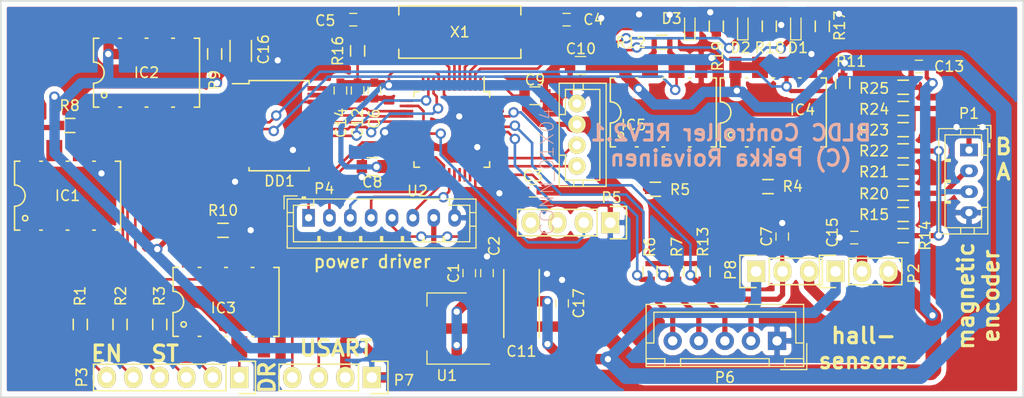
<source format=kicad_pcb>
(kicad_pcb (version 20160815) (host pcbnew "(2017-01-20 revision 2de913797)-master")
  (layers (0 F.Cu signal hide) (31 B.Cu signal hide) (34 B.Paste user) (35 F.Paste user) (36 B.SilkS user) (37 F.SilkS user) (38 B.Mask user) (39 F.Mask user) (44 Edge.Cuts user))
  (net 0 "")
  (net 1 +5V)
  (net 2 GND)
  (net 3 "Net-(C4-Pad1)")
  (net 4 "Net-(C5-Pad1)")
  (net 5 /HALL_SUPPLY)
  (net 6 "Net-(D1-Pad2)")
  (net 7 /LED0)
  (net 8 "Net-(D2-Pad2)")
  (net 9 /LED1)
  (net 10 "Net-(D3-Pad2)")
  (net 11 /LED2)
  (net 12 "Net-(IC1-Pad2)")
  (net 13 /ENA_COM)
  (net 14 /ENA)
  (net 15 "Net-(IC2-Pad2)")
  (net 16 /STEP_COM)
  (net 17 /STEP)
  (net 18 "Net-(IC3-Pad2)")
  (net 19 /DIR_COM)
  (net 20 /DIR)
  (net 21 "Net-(IC4-Pad2)")
  (net 22 /ENC_A)
  (net 23 "Net-(IC5-Pad2)")
  (net 24 /ENC_B)
  (net 25 /DIR_I)
  (net 26 /STEP_I)
  (net 27 /ENA_I)
  (net 28 /H_A)
  (net 29 /L_A)
  (net 30 /H_B)
  (net 31 /L_B)
  (net 32 /H_C)
  (net 33 /L_C)
  (net 34 /MEAS_BUS)
  (net 35 /HALL_C)
  (net 36 /HALL_B)
  (net 37 /HALL_A)
  (net 38 /USART_RX)
  (net 39 /USART_TX)
  (net 40 /SWDIO)
  (net 41 /SWCLK)
  (net 42 "Net-(R14-Pad1)")
  (net 43 "Net-(R16-Pad2)")
  (net 44 /ENC_SUPPLY)
  (net 45 /ENC_B_3V3)
  (net 46 /ENC_A_3V3)
  (net 47 /DIR_3V3)
  (net 48 /STEP_3V3)
  (net 49 /ENA_3V3)
  (net 50 "Net-(IC4-Pad3)")
  (net 51 "Net-(IC5-Pad3)")
  (net 52 /B_IN)
  (net 53 /A_IN)
  (net 54 "Net-(R22-Pad1)")
  (net 55 +3V3)
  (net 56 "Net-(P5-Pad3)")
  (net 57 "Net-(P5-Pad4)")
  (net 58 "Net-(DD1-Pad8)")
  (net 59 "Net-(DD1-Pad9)")
  (net 60 "Net-(DD1-Pad10)")
  (net 61 "Net-(DD1-Pad14)")
  (net 62 "Net-(DD1-Pad15)")
  (net 63 "Net-(DD1-Pad16)")
  (net 64 "Net-(U2-Pad12)")
  (net 65 "Net-(U2-Pad13)")
  (net 66 "Net-(U2-Pad18)")
  (net 67 "Net-(U2-Pad19)")
  (net 68 "Net-(U2-Pad25)")
  (net 69 "Net-(U2-Pad32)")
  (net 70 "Net-(U2-Pad33)")
  (net 71 /TDI)
  (net 72 "Net-(U2-Pad39)")
  (net 73 "Net-(U2-Pad40)")
  (net 74 "Net-(U2-Pad41)")
  (net 75 "Net-(U2-Pad46)")
  (module Connectors_JST:JST_PH_B8B-PH-K_08x2.00mm_Straight (layer F.Cu) (at 175.5 108.8)
    (fp_text reference P4 (at 1.5 -2.8) (layer F.SilkS))
    (fp_text value CONN_01X08)
    (pad 8 thru_hole oval (at 14 0) (size 1.2 1.7) (drill 0.7) (layers *.Cu *.Mask) (net 2 GND))
    (pad 7 thru_hole oval (at 12 0) (size 1.2 1.7) (drill 0.7) (layers *.Cu *.Mask) (net 1 +5V))
    (pad 6 thru_hole oval (at 10 0) (size 1.2 1.7) (drill 0.7) (layers *.Cu *.Mask) (net 33 /L_C))
    (pad 5 thru_hole oval (at 8 0) (size 1.2 1.7) (drill 0.7) (layers *.Cu *.Mask) (net 32 /H_C))
    (pad 4 thru_hole oval (at 6 0) (size 1.2 1.7) (drill 0.7) (layers *.Cu *.Mask) (net 31 /L_B))
    (pad 3 thru_hole oval (at 4 0) (size 1.2 1.7) (drill 0.7) (layers *.Cu *.Mask) (net 30 /H_B))
    (pad 2 thru_hole oval (at 2 0) (size 1.2 1.7) (drill 0.7) (layers *.Cu *.Mask) (net 29 /L_A))
    (pad 1 thru_hole rect (at 0 0) (size 1.2 1.7) (drill 0.7) (layers *.Cu *.Mask) (net 28 /H_A))
  )
  (module Connectors_JST:JST_PH_B4B-PH-K_04x2.00mm_Straight (layer F.Cu) (at 238.8 102.3 270)
    (fp_text reference P1 (at -3.5 0 360) (layer F.SilkS))
    (fp_text value CONN_01X04)
    (pad 4 thru_hole oval (at 6 0 270) (size 1.2 1.7) (drill 0.7) (layers *.Cu *.Mask) (net 2 GND))
    (pad 3 thru_hole oval (at 4 0 270) (size 1.2 1.7) (drill 0.7) (layers *.Cu *.Mask) (net 44 /ENC_SUPPLY))
    (pad 2 thru_hole oval (at 2 0 270) (size 1.2 1.7) (drill 0.7) (layers *.Cu *.Mask) (net 53 /A_IN))
    (pad 1 thru_hole rect (at 0 0 270) (size 1.2 1.7) (drill 0.7) (layers *.Cu *.Mask) (net 52 /B_IN))
  )
  (module Connectors_JST:JST_XH_B05B-XH-A_05x2.50mm_Straight (layer F.Cu) (at 220.4 120.6 180)
    (fp_text reference P6 (at 5 -3.5 180) (layer F.SilkS))
    (fp_text value CONN_01X05)
    (pad 5 thru_hole circle (at 10 0 180) (size 1.75 1.75) (drill 0.9) (layers *.Cu *.Mask) (net 37 /HALL_A))
    (pad 4 thru_hole circle (at 7.5 0 180) (size 1.75 1.75) (drill 0.9) (layers *.Cu *.Mask) (net 36 /HALL_B))
    (pad 3 thru_hole circle (at 5 0 180) (size 1.75 1.75) (drill 0.9) (layers *.Cu *.Mask) (net 35 /HALL_C))
    (pad 2 thru_hole circle (at 2.5 0 180) (size 1.75 1.75) (drill 0.9) (layers *.Cu *.Mask) (net 5 /HALL_SUPPLY))
    (pad 1 thru_hole rect (at 0 0 180) (size 1.75 1.75) (drill 0.9) (layers *.Cu *.Mask) (net 2 GND))
  )
  (module Capacitors_SMD:C_0603 (layer F.Cu) (at 190.9 114.1 90)
    (fp_text reference C1 (at 0 -1.5 90) (layer F.SilkS))
    (fp_text value 100n)
    (pad 1 smd rect (at -0.75 0 90) (size 0.8 0.75) (layers F.Cu F.Paste F.Mask) (net 1 +5V))
    (pad 2 smd rect (at 0.75 0 90) (size 0.8 0.75) (layers F.Cu F.Paste F.Mask) (net 2 GND))
  )
  (module Capacitors_SMD:C_0603 (layer F.Cu) (at 192.6 114.1 90)
    (fp_text reference C2 (at 2.6 0.7 90) (layer F.SilkS))
    (fp_text value 100n)
    (pad 2 smd rect (at 0.75 0 90) (size 0.8 0.75) (layers F.Cu F.Paste F.Mask) (net 2 GND))
    (pad 1 smd rect (at -0.75 0 90) (size 0.8 0.75) (layers F.Cu F.Paste F.Mask) (net 1 +5V))
  )
  (module Capacitors_SMD:C_0603 (layer F.Cu) (at 197 106.2 180)
    (fp_text reference C3 (at 0 1.4 180) (layer F.SilkS))
    (fp_text value 100n)
    (pad 1 smd rect (at -0.75 0 180) (size 0.8 0.75) (layers F.Cu F.Paste F.Mask) (net 55 +3V3))
    (pad 2 smd rect (at 0.75 0 180) (size 0.8 0.75) (layers F.Cu F.Paste F.Mask) (net 2 GND))
  )
  (module Capacitors_SMD:C_0603 (layer F.Cu) (at 200.229 89.81)
    (fp_text reference C4 (at 2.571 -0.01) (layer F.SilkS))
    (fp_text value 18p)
    (pad 2 smd rect (at 0.75 0) (size 0.8 0.75) (layers F.Cu F.Paste F.Mask) (net 2 GND))
    (pad 1 smd rect (at -0.75 0) (size 0.8 0.75) (layers F.Cu F.Paste F.Mask) (net 3 "Net-(C4-Pad1)"))
  )
  (module Capacitors_SMD:C_0603 (layer F.Cu) (at 179.782 89.81 180)
    (fp_text reference C5 (at 2.682 -0.09 180) (layer F.SilkS))
    (fp_text value 18p)
    (pad 1 smd rect (at -0.75 0 180) (size 0.8 0.75) (layers F.Cu F.Paste F.Mask) (net 4 "Net-(C5-Pad1)"))
    (pad 2 smd rect (at 0.75 0 180) (size 0.8 0.75) (layers F.Cu F.Paste F.Mask) (net 2 GND))
  )
  (module Capacitors_SMD:C_0603 (layer F.Cu) (at 181.8 96.6 270)
    (fp_text reference C6 (at 2.7 0 270) (layer F.SilkS))
    (fp_text value 100n)
    (pad 2 smd rect (at 0.75 0 270) (size 0.8 0.75) (layers F.Cu F.Paste F.Mask) (net 2 GND))
    (pad 1 smd rect (at -0.75 0 270) (size 0.8 0.75) (layers F.Cu F.Paste F.Mask) (net 55 +3V3))
  )
  (module Capacitors_SMD:C_0603 (layer F.Cu) (at 220.9 110.6 90)
    (fp_text reference C7 (at 0 -1.5 90) (layer F.SilkS))
    (fp_text value 100n)
    (pad 1 smd rect (at -0.75 0 90) (size 0.8 0.75) (layers F.Cu F.Paste F.Mask) (net 5 /HALL_SUPPLY))
    (pad 2 smd rect (at 0.75 0 90) (size 0.8 0.75) (layers F.Cu F.Paste F.Mask) (net 2 GND))
  )
  (module Capacitors_SMD:C_0603 (layer F.Cu) (at 227.8 110.7)
    (fp_text reference C15 (at -2.1 -0.5 90) (layer F.SilkS))
    (fp_text value 100n)
    (pad 2 smd rect (at 0.75 0) (size 0.8 0.75) (layers F.Cu F.Paste F.Mask) (net 44 /ENC_SUPPLY))
    (pad 1 smd rect (at -0.75 0) (size 0.8 0.75) (layers F.Cu F.Paste F.Mask) (net 2 GND))
  )
  (module Capacitors_SMD:C_0603 (layer F.Cu) (at 199.8 117 90)
    (fp_text reference C17 (at 0 1.6 90) (layer F.SilkS))
    (fp_text value 100n)
    (pad 1 smd rect (at -0.75 0 90) (size 0.8 0.75) (layers F.Cu F.Paste F.Mask) (net 55 +3V3))
    (pad 2 smd rect (at 0.75 0 90) (size 0.8 0.75) (layers F.Cu F.Paste F.Mask) (net 2 GND))
  )
  (module Capacitors_SMD:C_0603 (layer F.Cu) (at 178.55 96.6 270)
    (fp_text reference C14 (at 3.1 -0.05 270) (layer F.SilkS))
    (fp_text value 100n)
    (pad 2 smd rect (at 0.75 0 270) (size 0.8 0.75) (layers F.Cu F.Paste F.Mask) (net 2 GND))
    (pad 1 smd rect (at -0.75 0 270) (size 0.8 0.75) (layers F.Cu F.Paste F.Mask) (net 55 +3V3))
  )
  (module Capacitors_SMD:C_0603 (layer F.Cu) (at 234 94.3 180)
    (fp_text reference C13 (at -2.9 0 180) (layer F.SilkS))
    (fp_text value 100n)
    (pad 1 smd rect (at -0.75 0 180) (size 0.8 0.75) (layers F.Cu F.Paste F.Mask) (net 55 +3V3))
    (pad 2 smd rect (at 0.75 0 180) (size 0.8 0.75) (layers F.Cu F.Paste F.Mask) (net 2 GND))
  )
  (module Capacitors_SMD:C_0603 (layer F.Cu) (at 180.2 96.6 270)
    (fp_text reference C12 (at 3.1 0 270) (layer F.SilkS))
    (fp_text value 100n)
    (pad 2 smd rect (at 0.75 0 270) (size 0.8 0.75) (layers F.Cu F.Paste F.Mask) (net 2 GND))
    (pad 1 smd rect (at -0.75 0 270) (size 0.8 0.75) (layers F.Cu F.Paste F.Mask) (net 55 +3V3))
  )
  (module Capacitors_SMD:C_0805 (layer F.Cu) (at 201.5625 94.1915 180)
    (fp_text reference C10 (at -0.0375 1.5915 180) (layer F.SilkS))
    (fp_text value 10µ)
    (pad 2 smd rect (at 1 0 180) (size 1 1.25) (layers F.Cu F.Paste F.Mask) (net 2 GND))
    (pad 1 smd rect (at -1 0 180) (size 1 1.25) (layers F.Cu F.Paste F.Mask) (net 1 +5V))
  )
  (module Capacitors_SMD:C_0805 (layer F.Cu) (at 181.61 103.886 180)
    (fp_text reference C8 (at 0 -1.5 180) (layer F.SilkS))
    (fp_text value 10µ)
    (pad 1 smd rect (at -1 0 180) (size 1 1.25) (layers F.Cu F.Paste F.Mask) (net 55 +3V3))
    (pad 2 smd rect (at 1 0 180) (size 1 1.25) (layers F.Cu F.Paste F.Mask) (net 2 GND))
  )
  (module Capacitors_SMD:C_0805 (layer F.Cu) (at 197.2 97.1)
    (fp_text reference C9 (at 0 -1.5) (layer F.SilkS))
    (fp_text value 10µ)
    (pad 2 smd rect (at 1 0) (size 1 1.25) (layers F.Cu F.Paste F.Mask) (net 2 GND))
    (pad 1 smd rect (at -1 0) (size 1 1.25) (layers F.Cu F.Paste F.Mask) (net 55 +3V3))
  )
  (module LEDs:LED_0603 (layer F.Cu) (at 222.2 90.445 90)
    (fp_text reference D1 (at -2.055 0.2 180) (layer F.SilkS))
    (fp_text value LED)
    (pad 1 smd rect (at -0.8 0 270) (size 0.8 0.8) (layers F.Cu F.Paste F.Mask) (net 7 /LED0))
    (pad 2 smd rect (at 0.8 0 270) (size 0.8 0.8) (layers F.Cu F.Paste F.Mask) (net 6 "Net-(D1-Pad2)"))
  )
  (module LEDs:LED_0603 (layer F.Cu) (at 217.12 90.445 90)
    (fp_text reference D2 (at -2.055 -0.22 180) (layer F.SilkS))
    (fp_text value LED)
    (pad 2 smd rect (at 0.8 0 270) (size 0.8 0.8) (layers F.Cu F.Paste F.Mask) (net 8 "Net-(D2-Pad2)"))
    (pad 1 smd rect (at -0.8 0 270) (size 0.8 0.8) (layers F.Cu F.Paste F.Mask) (net 9 /LED1))
  )
  (module LEDs:LED_0603 (layer F.Cu) (at 212.04 90.445 90)
    (fp_text reference D3 (at 0.745 -1.74 180) (layer F.SilkS))
    (fp_text value LED)
    (pad 1 smd rect (at -0.8 0 270) (size 0.8 0.8) (layers F.Cu F.Paste F.Mask) (net 11 /LED2))
    (pad 2 smd rect (at 0.8 0 270) (size 0.8 0.8) (layers F.Cu F.Paste F.Mask) (net 10 "Net-(D3-Pad2)"))
  )
  (module Resistors_SMD:R_0603 (layer F.Cu) (at 213.31 113.94 90)
    (fp_text reference R13 (at 2.84 -0.01 90) (layer F.SilkS))
    (fp_text value 10k)
    (pad 2 smd rect (at 0.75 0 90) (size 0.5 0.9) (layers F.Cu F.Paste F.Mask) (net 5 /HALL_SUPPLY))
    (pad 1 smd rect (at -0.75 0 90) (size 0.5 0.9) (layers F.Cu F.Paste F.Mask) (net 35 /HALL_C))
  )
  (module Resistors_SMD:R_0603 (layer F.Cu) (at 153.62 119.02 270)
    (fp_text reference R1 (at -2.72 0.02 270) (layer F.SilkS))
    (fp_text value 220)
    (pad 1 smd rect (at -0.75 0 270) (size 0.5 0.9) (layers F.Cu F.Paste F.Mask) (net 12 "Net-(IC1-Pad2)"))
    (pad 2 smd rect (at 0.75 0 270) (size 0.5 0.9) (layers F.Cu F.Paste F.Mask) (net 27 /ENA_I))
  )
  (module Resistors_SMD:R_0603 (layer F.Cu) (at 157.43 119.02 270)
    (fp_text reference R2 (at -2.72 -0.07 270) (layer F.SilkS))
    (fp_text value 220)
    (pad 2 smd rect (at 0.75 0 270) (size 0.5 0.9) (layers F.Cu F.Paste F.Mask) (net 26 /STEP_I))
    (pad 1 smd rect (at -0.75 0 270) (size 0.5 0.9) (layers F.Cu F.Paste F.Mask) (net 15 "Net-(IC2-Pad2)"))
  )
  (module Resistors_SMD:R_0603 (layer F.Cu) (at 161.24 119.02 270)
    (fp_text reference R3 (at -2.72 0.04 270) (layer F.SilkS))
    (fp_text value 220)
    (pad 1 smd rect (at -0.75 0 270) (size 0.5 0.9) (layers F.Cu F.Paste F.Mask) (net 18 "Net-(IC3-Pad2)"))
    (pad 2 smd rect (at 0.75 0 270) (size 0.5 0.9) (layers F.Cu F.Paste F.Mask) (net 25 /DIR_I))
  )
  (module Resistors_SMD:R_0603 (layer F.Cu) (at 219.533 105.812)
    (fp_text reference R4 (at 2.367 -0.012) (layer F.SilkS))
    (fp_text value 220)
    (pad 2 smd rect (at 0.75 0) (size 0.5 0.9) (layers F.Cu F.Paste F.Mask) (net 42 "Net-(R14-Pad1)"))
    (pad 1 smd rect (at -0.75 0) (size 0.5 0.9) (layers F.Cu F.Paste F.Mask) (net 21 "Net-(IC4-Pad2)"))
  )
  (module Resistors_SMD:R_0603 (layer F.Cu) (at 208.738 106.066)
    (fp_text reference R5 (at 2.362 0.034) (layer F.SilkS))
    (fp_text value 220)
    (pad 1 smd rect (at -0.75 0) (size 0.5 0.9) (layers F.Cu F.Paste F.Mask) (net 23 "Net-(IC5-Pad2)"))
    (pad 2 smd rect (at 0.75 0) (size 0.5 0.9) (layers F.Cu F.Paste F.Mask) (net 54 "Net-(R22-Pad1)"))
  )
  (module Resistors_SMD:R_0603 (layer F.Cu) (at 208.23 113.94 90)
    (fp_text reference R6 (at 2.34 -0.03 90) (layer F.SilkS))
    (fp_text value 10k)
    (pad 2 smd rect (at 0.75 0 90) (size 0.5 0.9) (layers F.Cu F.Paste F.Mask) (net 5 /HALL_SUPPLY))
    (pad 1 smd rect (at -0.75 0 90) (size 0.5 0.9) (layers F.Cu F.Paste F.Mask) (net 37 /HALL_A))
  )
  (module Resistors_SMD:R_0603 (layer F.Cu) (at 210.77 113.94 90)
    (fp_text reference R7 (at 2.34 0.03 90) (layer F.SilkS))
    (fp_text value 10k)
    (pad 1 smd rect (at -0.75 0 90) (size 0.5 0.9) (layers F.Cu F.Paste F.Mask) (net 36 /HALL_B))
    (pad 2 smd rect (at 0.75 0 90) (size 0.5 0.9) (layers F.Cu F.Paste F.Mask) (net 5 /HALL_SUPPLY))
  )
  (module Resistors_SMD:R_0603 (layer F.Cu) (at 152.6 99.95)
    (fp_text reference R8 (at 0 -1.9) (layer F.SilkS))
    (fp_text value 10k)
    (pad 2 smd rect (at 0.75 0) (size 0.5 0.9) (layers F.Cu F.Paste F.Mask) (net 14 /ENA))
    (pad 1 smd rect (at -0.75 0) (size 0.5 0.9) (layers F.Cu F.Paste F.Mask) (net 1 +5V))
  )
  (module Resistors_SMD:R_0603 (layer F.Cu) (at 166.5 93.1 90)
    (fp_text reference R9 (at -2.5 0 90) (layer F.SilkS))
    (fp_text value 10k)
    (pad 1 smd rect (at -0.75 0 90) (size 0.5 0.9) (layers F.Cu F.Paste F.Mask) (net 1 +5V))
    (pad 2 smd rect (at 0.75 0 90) (size 0.5 0.9) (layers F.Cu F.Paste F.Mask) (net 17 /STEP))
  )
  (module Resistors_SMD:R_0603 (layer F.Cu) (at 167.3 110)
    (fp_text reference R10 (at 0 -1.9) (layer F.SilkS))
    (fp_text value 10k)
    (pad 2 smd rect (at 0.75 0) (size 0.5 0.9) (layers F.Cu F.Paste F.Mask) (net 20 /DIR))
    (pad 1 smd rect (at -0.75 0) (size 0.5 0.9) (layers F.Cu F.Paste F.Mask) (net 1 +5V))
  )
  (module Resistors_SMD:R_0603 (layer F.Cu) (at 209.373 91.969)
    (fp_text reference R12 (at -2.973 0.031) (layer F.SilkS))
    (fp_text value 10k)
    (pad 1 smd rect (at -0.75 0) (size 0.5 0.9) (layers F.Cu F.Paste F.Mask) (net 1 +5V))
    (pad 2 smd rect (at 0.75 0) (size 0.5 0.9) (layers F.Cu F.Paste F.Mask) (net 24 /ENC_B))
  )
  (module Resistors_SMD:R_0603 (layer F.Cu) (at 232.487 110.511)
    (fp_text reference R14 (at 2.113 -0.011 90) (layer F.SilkS))
    (fp_text value 0)
    (pad 2 smd rect (at 0.75 0) (size 0.5 0.9) (layers F.Cu F.Paste F.Mask) (net 44 /ENC_SUPPLY))
    (pad 1 smd rect (at -0.75 0) (size 0.5 0.9) (layers F.Cu F.Paste F.Mask) (net 42 "Net-(R14-Pad1)"))
  )
  (module Resistors_SMD:R_0603 (layer F.Cu) (at 180.2 92.8 90)
    (fp_text reference R16 (at 0 -1.9 90) (layer F.SilkS))
    (fp_text value 10k)
    (pad 1 smd rect (at -0.75 0 90) (size 0.5 0.9) (layers F.Cu F.Paste F.Mask) (net 55 +3V3))
    (pad 2 smd rect (at 0.75 0 90) (size 0.5 0.9) (layers F.Cu F.Paste F.Mask) (net 43 "Net-(R16-Pad2)"))
  )
  (module Resistors_SMD:R_0603 (layer F.Cu) (at 224.74 90.445 90)
    (fp_text reference R17 (at 0.045 1.66 90) (layer F.SilkS))
    (fp_text value 220)
    (pad 2 smd rect (at 0.75 0 90) (size 0.5 0.9) (layers F.Cu F.Paste F.Mask) (net 2 GND))
    (pad 1 smd rect (at -0.75 0 90) (size 0.5 0.9) (layers F.Cu F.Paste F.Mask) (net 6 "Net-(D1-Pad2)"))
  )
  (module Resistors_SMD:R_0603 (layer F.Cu) (at 219.66 90.445 90)
    (fp_text reference R18 (at -2.055 0.04 180) (layer F.SilkS))
    (fp_text value 220)
    (pad 1 smd rect (at -0.75 0 90) (size 0.5 0.9) (layers F.Cu F.Paste F.Mask) (net 8 "Net-(D2-Pad2)"))
    (pad 2 smd rect (at 0.75 0 90) (size 0.5 0.9) (layers F.Cu F.Paste F.Mask) (net 2 GND))
  )
  (module Resistors_SMD:R_0603 (layer F.Cu) (at 214.58 90.445 90)
    (fp_text reference R19 (at -2.855 0.12 90) (layer F.SilkS))
    (fp_text value 220)
    (pad 2 smd rect (at 0.75 0 90) (size 0.5 0.9) (layers F.Cu F.Paste F.Mask) (net 2 GND))
    (pad 1 smd rect (at -0.75 0 90) (size 0.5 0.9) (layers F.Cu F.Paste F.Mask) (net 10 "Net-(D3-Pad2)"))
  )
  (module Resistors_SMD:R_0603 (layer F.Cu) (at 232.487 106.447)
    (fp_text reference R20 (at -2.787 0.053) (layer F.SilkS))
    (fp_text value 0)
    (pad 1 smd rect (at -0.75 0) (size 0.5 0.9) (layers F.Cu F.Paste F.Mask) (net 50 "Net-(IC4-Pad3)"))
    (pad 2 smd rect (at 0.75 0) (size 0.5 0.9) (layers F.Cu F.Paste F.Mask) (net 53 /A_IN))
  )
  (module Resistors_SMD:R_0603 (layer F.Cu) (at 232.487 104.415)
    (fp_text reference R21 (at -2.787 -0.015) (layer F.SilkS))
    (fp_text value NM)
    (pad 2 smd rect (at 0.75 0) (size 0.5 0.9) (layers F.Cu F.Paste F.Mask) (net 2 GND))
    (pad 1 smd rect (at -0.75 0) (size 0.5 0.9) (layers F.Cu F.Paste F.Mask) (net 50 "Net-(IC4-Pad3)"))
  )
  (module Resistors_SMD:R_0603 (layer F.Cu) (at 232.487 102.383)
    (fp_text reference R22 (at -2.787 0.017) (layer F.SilkS))
    (fp_text value 0)
    (pad 1 smd rect (at -0.75 0) (size 0.5 0.9) (layers F.Cu F.Paste F.Mask) (net 54 "Net-(R22-Pad1)"))
    (pad 2 smd rect (at 0.75 0) (size 0.5 0.9) (layers F.Cu F.Paste F.Mask) (net 44 /ENC_SUPPLY))
  )
  (module Resistors_SMD:R_0603 (layer F.Cu) (at 232.487 100.351)
    (fp_text reference R23 (at -2.787 0.049) (layer F.SilkS))
    (fp_text value NM)
    (pad 2 smd rect (at 0.75 0) (size 0.5 0.9) (layers F.Cu F.Paste F.Mask) (net 52 /B_IN))
    (pad 1 smd rect (at -0.75 0) (size 0.5 0.9) (layers F.Cu F.Paste F.Mask) (net 54 "Net-(R22-Pad1)"))
  )
  (module Resistors_SMD:R_0603 (layer F.Cu) (at 232.487 98.319)
    (fp_text reference R24 (at -2.787 0.081) (layer F.SilkS))
    (fp_text value 0)
    (pad 1 smd rect (at -0.75 0) (size 0.5 0.9) (layers F.Cu F.Paste F.Mask) (net 51 "Net-(IC5-Pad3)"))
    (pad 2 smd rect (at 0.75 0) (size 0.5 0.9) (layers F.Cu F.Paste F.Mask) (net 52 /B_IN))
  )
  (module Resistors_SMD:R_0603 (layer F.Cu) (at 232.487 96.287)
    (fp_text reference R25 (at -2.787 0.113) (layer F.SilkS))
    (fp_text value NM)
    (pad 2 smd rect (at 0.75 0) (size 0.5 0.9) (layers F.Cu F.Paste F.Mask) (net 2 GND))
    (pad 1 smd rect (at -0.75 0) (size 0.5 0.9) (layers F.Cu F.Paste F.Mask) (net 51 "Net-(IC5-Pad3)"))
  )
  (module Resistors_SMD:R_0603 (layer F.Cu) (at 226.7 95.9 270)
    (fp_text reference R11 (at -2.1 -0.8 360) (layer F.SilkS))
    (fp_text value 10k)
    (pad 1 smd rect (at -0.75 0 270) (size 0.5 0.9) (layers F.Cu F.Paste F.Mask) (net 1 +5V))
    (pad 2 smd rect (at 0.75 0 270) (size 0.5 0.9) (layers F.Cu F.Paste F.Mask) (net 22 /ENC_A))
  )
  (module Resistors_SMD:R_0603 (layer F.Cu) (at 232.487 108.479)
    (fp_text reference R15 (at -2.787 0.021) (layer F.SilkS))
    (fp_text value NM)
    (pad 2 smd rect (at 0.75 0) (size 0.5 0.9) (layers F.Cu F.Paste F.Mask) (net 53 /A_IN))
    (pad 1 smd rect (at -0.75 0) (size 0.5 0.9) (layers F.Cu F.Paste F.Mask) (net 42 "Net-(R14-Pad1)"))
  )
  (module TO_SOT_Packages_SMD:SOT-223-3Lead_TabPin2 (layer F.Cu) (at 188.7579 119.4137 180)
    (fp_text reference U1 (at 0 -4.5 180) (layer F.SilkS))
    (fp_text value NCP1117ST33T3G)
    (pad 1 smd rect (at -3.15 -2.3 180) (size 2 1.5) (layers F.Cu F.Paste F.Mask) (net 2 GND))
    (pad 3 smd rect (at -3.15 2.3 180) (size 2 1.5) (layers F.Cu F.Paste F.Mask) (net 1 +5V))
    (pad 2 smd rect (at -3.15 0 180) (size 2 1.5) (layers F.Cu F.Paste F.Mask) (net 55 +3V3))
    (pad 2 smd rect (at 3.15 0 180) (size 2 3.8) (layers F.Cu F.Paste F.Mask) (net 55 +3V3))
  )
  (module Power_Integrations:SMD-8 (layer F.Cu) (at 152.4 106.68)
    (fp_text reference IC1 (at 0 0) (layer F.SilkS))
    (fp_text value 6N136)
    (pad 1 smd rect (at -3.6322 4.318) (size 1.1684 2.032) (layers F.Cu F.Paste F.Mask))
    (pad 2 smd rect (at -1.27 4.318) (size 1.524 2.032) (layers F.Cu F.Paste F.Mask) (net 12 "Net-(IC1-Pad2)"))
    (pad 3 smd rect (at 1.27 4.318) (size 1.524 2.032) (layers F.Cu F.Paste F.Mask) (net 13 /ENA_COM))
    (pad 4 smd rect (at 3.6322 4.318) (size 1.1684 2.032) (layers F.Cu F.Paste F.Mask))
    (pad 5 smd rect (at 3.6322 -4.318) (size 1.1684 2.032) (layers F.Cu F.Paste F.Mask) (net 2 GND))
    (pad 6 smd rect (at 1.27 -4.318) (size 1.524 2.032) (layers F.Cu F.Paste F.Mask) (net 14 /ENA))
    (pad 7 smd rect (at -1.27 -4.318) (size 1.524 2.032) (layers F.Cu F.Paste F.Mask) (net 1 +5V))
    (pad 8 smd rect (at -3.6322 -4.318) (size 1.1684 2.032) (layers F.Cu F.Paste F.Mask) (net 1 +5V))
  )
  (module Power_Integrations:SMD-8 (layer F.Cu) (at 159.97 94.89)
    (fp_text reference IC2 (at 0 0) (layer F.SilkS))
    (fp_text value 6N136)
    (pad 1 smd rect (at -3.6322 4.318) (size 1.1684 2.032) (layers F.Cu F.Paste F.Mask))
    (pad 2 smd rect (at -1.27 4.318) (size 1.524 2.032) (layers F.Cu F.Paste F.Mask) (net 15 "Net-(IC2-Pad2)"))
    (pad 3 smd rect (at 1.27 4.318) (size 1.524 2.032) (layers F.Cu F.Paste F.Mask) (net 16 /STEP_COM))
    (pad 4 smd rect (at 3.6322 4.318) (size 1.1684 2.032) (layers F.Cu F.Paste F.Mask))
    (pad 5 smd rect (at 3.6322 -4.318) (size 1.1684 2.032) (layers F.Cu F.Paste F.Mask) (net 2 GND))
    (pad 6 smd rect (at 1.27 -4.318) (size 1.524 2.032) (layers F.Cu F.Paste F.Mask) (net 17 /STEP))
    (pad 7 smd rect (at -1.27 -4.318) (size 1.524 2.032) (layers F.Cu F.Paste F.Mask) (net 1 +5V))
    (pad 8 smd rect (at -3.6322 -4.318) (size 1.1684 2.032) (layers F.Cu F.Paste F.Mask) (net 1 +5V))
  )
  (module Power_Integrations:SMD-8 (layer F.Cu) (at 167.59 116.861)
    (fp_text reference IC3 (at -0.254 0.587) (layer F.SilkS))
    (fp_text value 6N136)
    (pad 1 smd rect (at -3.6322 4.318) (size 1.1684 2.032) (layers F.Cu F.Paste F.Mask))
    (pad 2 smd rect (at -1.27 4.318) (size 1.524 2.032) (layers F.Cu F.Paste F.Mask) (net 18 "Net-(IC3-Pad2)"))
    (pad 3 smd rect (at 1.27 4.318) (size 1.524 2.032) (layers F.Cu F.Paste F.Mask) (net 19 /DIR_COM))
    (pad 4 smd rect (at 3.6322 4.318) (size 1.1684 2.032) (layers F.Cu F.Paste F.Mask))
    (pad 5 smd rect (at 3.6322 -4.318) (size 1.1684 2.032) (layers F.Cu F.Paste F.Mask) (net 2 GND))
    (pad 6 smd rect (at 1.27 -4.318) (size 1.524 2.032) (layers F.Cu F.Paste F.Mask) (net 20 /DIR))
    (pad 7 smd rect (at -1.27 -4.318) (size 1.524 2.032) (layers F.Cu F.Paste F.Mask) (net 1 +5V))
    (pad 8 smd rect (at -3.6322 -4.318) (size 1.1684 2.032) (layers F.Cu F.Paste F.Mask) (net 1 +5V))
  )
  (module Power_Integrations:SMD-8 (layer F.Cu) (at 220.041 98.7)
    (fp_text reference IC4 (at 2.794 -0.254) (layer F.SilkS))
    (fp_text value 6N136)
    (pad 1 smd rect (at -3.6322 4.318) (size 1.1684 2.032) (layers F.Cu F.Paste F.Mask))
    (pad 2 smd rect (at -1.27 4.318) (size 1.524 2.032) (layers F.Cu F.Paste F.Mask) (net 21 "Net-(IC4-Pad2)"))
    (pad 3 smd rect (at 1.27 4.318) (size 1.524 2.032) (layers F.Cu F.Paste F.Mask) (net 50 "Net-(IC4-Pad3)"))
    (pad 4 smd rect (at 3.6322 4.318) (size 1.1684 2.032) (layers F.Cu F.Paste F.Mask))
    (pad 5 smd rect (at 3.6322 -4.318) (size 1.1684 2.032) (layers F.Cu F.Paste F.Mask) (net 2 GND))
    (pad 6 smd rect (at 1.27 -4.318) (size 1.524 2.032) (layers F.Cu F.Paste F.Mask) (net 22 /ENC_A))
    (pad 7 smd rect (at -1.27 -4.318) (size 1.524 2.032) (layers F.Cu F.Paste F.Mask) (net 1 +5V))
    (pad 8 smd rect (at -3.6322 -4.318) (size 1.1684 2.032) (layers F.Cu F.Paste F.Mask) (net 1 +5V))
  )
  (module Power_Integrations:SMD-8 (layer F.Cu) (at 209.5 98.7)
    (fp_text reference IC5 (at -2.8575 1.2065) (layer F.SilkS))
    (fp_text value 6N136)
    (pad 1 smd rect (at -3.6322 4.318) (size 1.1684 2.032) (layers F.Cu F.Paste F.Mask))
    (pad 2 smd rect (at -1.27 4.318) (size 1.524 2.032) (layers F.Cu F.Paste F.Mask) (net 23 "Net-(IC5-Pad2)"))
    (pad 3 smd rect (at 1.27 4.318) (size 1.524 2.032) (layers F.Cu F.Paste F.Mask) (net 51 "Net-(IC5-Pad3)"))
    (pad 4 smd rect (at 3.6322 4.318) (size 1.1684 2.032) (layers F.Cu F.Paste F.Mask))
    (pad 5 smd rect (at 3.6322 -4.318) (size 1.1684 2.032) (layers F.Cu F.Paste F.Mask) (net 2 GND))
    (pad 6 smd rect (at 1.27 -4.318) (size 1.524 2.032) (layers F.Cu F.Paste F.Mask) (net 24 /ENC_B))
    (pad 7 smd rect (at -1.27 -4.318) (size 1.524 2.032) (layers F.Cu F.Paste F.Mask) (net 1 +5V))
    (pad 8 smd rect (at -3.6322 -4.318) (size 1.1684 2.032) (layers F.Cu F.Paste F.Mask) (net 1 +5V))
  )
  (module Pin_Headers:Pin_Header_Straight_1x03 (layer F.Cu) (at 226.01 113.94 90)
    (fp_text reference P2 (at -0.1905 7.493 270) (layer F.SilkS))
    (fp_text value CONN_01X03)
    (pad 1 thru_hole rect (at 0 0 90) (size 2.032 1.7272) (drill 1.016) (layers *.Cu *.Mask F.SilkS) (net 1 +5V))
    (pad 2 thru_hole oval (at 0 2.54 90) (size 2.032 1.7272) (drill 1.016) (layers *.Cu *.Mask F.SilkS) (net 44 /ENC_SUPPLY))
    (pad 3 thru_hole oval (at 0 5.08 90) (size 2.032 1.7272) (drill 1.016) (layers *.Cu *.Mask F.SilkS) (net 55 +3V3))
  )
  (module Pin_Headers:Pin_Header_Straight_1x06 (layer F.Cu) (at 168.86 124.1 270)
    (fp_text reference P3 (at -0.0127 15.0876 90) (layer F.SilkS))
    (fp_text value CONN_01X06)
    (pad 1 thru_hole rect (at 0 0 270) (size 2.032 1.7272) (drill 1.016) (layers *.Cu *.Mask F.SilkS) (net 19 /DIR_COM))
    (pad 2 thru_hole oval (at 0 2.54 270) (size 2.032 1.7272) (drill 1.016) (layers *.Cu *.Mask F.SilkS) (net 25 /DIR_I))
    (pad 3 thru_hole oval (at 0 5.08 270) (size 2.032 1.7272) (drill 1.016) (layers *.Cu *.Mask F.SilkS) (net 16 /STEP_COM))
    (pad 4 thru_hole oval (at 0 7.62 270) (size 2.032 1.7272) (drill 1.016) (layers *.Cu *.Mask F.SilkS) (net 26 /STEP_I))
    (pad 5 thru_hole oval (at 0 10.16 270) (size 2.032 1.7272) (drill 1.016) (layers *.Cu *.Mask F.SilkS) (net 13 /ENA_COM))
    (pad 6 thru_hole oval (at 0 12.7 270) (size 2.032 1.7272) (drill 1.016) (layers *.Cu *.Mask F.SilkS) (net 27 /ENA_I))
  )
  (module Pin_Headers:Pin_Header_Straight_1x04 (layer F.Cu) (at 204.42 109.26 270)
    (fp_text reference P5 (at -2.3895 -0.1135) (layer F.SilkS))
    (fp_text value CONN_01X04)
    (pad 1 thru_hole rect (at 0 0 270) (size 2.032 1.7272) (drill 1.016) (layers *.Cu *.Mask F.SilkS) (net 2 GND))
    (pad 2 thru_hole oval (at 0 2.54 270) (size 2.032 1.7272) (drill 1.016) (layers *.Cu *.Mask F.SilkS) (net 34 /MEAS_BUS))
    (pad 3 thru_hole oval (at 0 5.08 270) (size 2.032 1.7272) (drill 1.016) (layers *.Cu *.Mask F.SilkS) (net 56 "Net-(P5-Pad3)"))
    (pad 4 thru_hole oval (at 0 7.62 270) (size 2.032 1.7272) (drill 1.016) (layers *.Cu *.Mask F.SilkS) (net 57 "Net-(P5-Pad4)"))
  )
  (module Pin_Headers:Pin_Header_Straight_1x04 (layer F.Cu) (at 181.56 124.1 270)
    (fp_text reference P7 (at 0.2667 -3.0734) (layer F.SilkS))
    (fp_text value CONN_01X04)
    (pad 1 thru_hole rect (at 0 0 270) (size 2.032 1.7272) (drill 1.016) (layers *.Cu *.Mask F.SilkS) (net 2 GND))
    (pad 2 thru_hole oval (at 0 2.54 270) (size 2.032 1.7272) (drill 1.016) (layers *.Cu *.Mask F.SilkS) (net 55 +3V3))
    (pad 3 thru_hole oval (at 0 5.08 270) (size 2.032 1.7272) (drill 1.016) (layers *.Cu *.Mask F.SilkS) (net 38 /USART_RX))
    (pad 4 thru_hole oval (at 0 7.62 270) (size 2.032 1.7272) (drill 1.016) (layers *.Cu *.Mask F.SilkS) (net 39 /USART_TX))
  )
  (module Housings_QFP:LQFP-48_7x7mm_Pitch0.5mm (layer F.Cu) (at 189.23 100.33 270)
    (fp_text reference U2 (at 5.9011 3.2885) (layer F.SilkS))
    (fp_text value STM32F103C8 hide)
    (pad 1 smd rect (at -4.35 -2.75 270) (size 1.3 0.25) (layers F.Cu F.Paste F.Mask) (net 55 +3V3))
    (pad 2 smd rect (at -4.35 -2.25 270) (size 1.3 0.25) (layers F.Cu F.Paste F.Mask) (net 7 /LED0))
    (pad 3 smd rect (at -4.35 -1.75 270) (size 1.3 0.25) (layers F.Cu F.Paste F.Mask) (net 9 /LED1))
    (pad 4 smd rect (at -4.35 -1.25 270) (size 1.3 0.25) (layers F.Cu F.Paste F.Mask) (net 11 /LED2))
    (pad 5 smd rect (at -4.35 -0.75 270) (size 1.3 0.25) (layers F.Cu F.Paste F.Mask) (net 3 "Net-(C4-Pad1)"))
    (pad 6 smd rect (at -4.35 -0.25 270) (size 1.3 0.25) (layers F.Cu F.Paste F.Mask) (net 4 "Net-(C5-Pad1)"))
    (pad 7 smd rect (at -4.35 0.25 270) (size 1.3 0.25) (layers F.Cu F.Paste F.Mask) (net 43 "Net-(R16-Pad2)"))
    (pad 8 smd rect (at -4.35 0.75 270) (size 1.3 0.25) (layers F.Cu F.Paste F.Mask) (net 2 GND))
    (pad 9 smd rect (at -4.35 1.25 270) (size 1.3 0.25) (layers F.Cu F.Paste F.Mask) (net 55 +3V3))
    (pad 10 smd rect (at -4.35 1.75 270) (size 1.3 0.25) (layers F.Cu F.Paste F.Mask) (net 46 /ENC_A_3V3))
    (pad 11 smd rect (at -4.35 2.25 270) (size 1.3 0.25) (layers F.Cu F.Paste F.Mask) (net 45 /ENC_B_3V3))
    (pad 12 smd rect (at -4.35 2.75 270) (size 1.3 0.25) (layers F.Cu F.Paste F.Mask) (net 64 "Net-(U2-Pad12)"))
    (pad 13 smd rect (at -2.75 4.35) (size 1.3 0.25) (layers F.Cu F.Paste F.Mask) (net 65 "Net-(U2-Pad13)"))
    (pad 14 smd rect (at -2.25 4.35) (size 1.3 0.25) (layers F.Cu F.Paste F.Mask) (net 34 /MEAS_BUS))
    (pad 15 smd rect (at -1.75 4.35) (size 1.3 0.25) (layers F.Cu F.Paste F.Mask) (net 49 /ENA_3V3))
    (pad 16 smd rect (at -1.25 4.35) (size 1.3 0.25) (layers F.Cu F.Paste F.Mask) (net 48 /STEP_3V3))
    (pad 17 smd rect (at -0.75 4.35) (size 1.3 0.25) (layers F.Cu F.Paste F.Mask) (net 47 /DIR_3V3))
    (pad 18 smd rect (at -0.25 4.35) (size 1.3 0.25) (layers F.Cu F.Paste F.Mask) (net 66 "Net-(U2-Pad18)"))
    (pad 19 smd rect (at 0.25 4.35) (size 1.3 0.25) (layers F.Cu F.Paste F.Mask) (net 67 "Net-(U2-Pad19)"))
    (pad 20 smd rect (at 0.75 4.35) (size 1.3 0.25) (layers F.Cu F.Paste F.Mask) (net 2 GND))
    (pad 21 smd rect (at 1.25 4.35) (size 1.3 0.25) (layers F.Cu F.Paste F.Mask) (net 39 /USART_TX))
    (pad 22 smd rect (at 1.75 4.35) (size 1.3 0.25) (layers F.Cu F.Paste F.Mask) (net 38 /USART_RX))
    (pad 23 smd rect (at 2.25 4.35) (size 1.3 0.25) (layers F.Cu F.Paste F.Mask) (net 2 GND))
    (pad 24 smd rect (at 2.75 4.35) (size 1.3 0.25) (layers F.Cu F.Paste F.Mask) (net 55 +3V3))
    (pad 25 smd rect (at 4.35 2.75 270) (size 1.3 0.25) (layers F.Cu F.Paste F.Mask) (net 68 "Net-(U2-Pad25)"))
    (pad 26 smd rect (at 4.35 2.25 270) (size 1.3 0.25) (layers F.Cu F.Paste F.Mask) (net 29 /L_A))
    (pad 27 smd rect (at 4.35 1.75 270) (size 1.3 0.25) (layers F.Cu F.Paste F.Mask) (net 31 /L_B))
    (pad 28 smd rect (at 4.35 1.25 270) (size 1.3 0.25) (layers F.Cu F.Paste F.Mask) (net 33 /L_C))
    (pad 29 smd rect (at 4.35 0.75 270) (size 1.3 0.25) (layers F.Cu F.Paste F.Mask) (net 28 /H_A))
    (pad 30 smd rect (at 4.35 0.25 270) (size 1.3 0.25) (layers F.Cu F.Paste F.Mask) (net 30 /H_B))
    (pad 31 smd rect (at 4.35 -0.25 270) (size 1.3 0.25) (layers F.Cu F.Paste F.Mask) (net 32 /H_C))
    (pad 32 smd rect (at 4.35 -0.75 270) (size 1.3 0.25) (layers F.Cu F.Paste F.Mask) (net 69 "Net-(U2-Pad32)"))
    (pad 33 smd rect (at 4.35 -1.25 270) (size 1.3 0.25) (layers F.Cu F.Paste F.Mask) (net 70 "Net-(U2-Pad33)"))
    (pad 34 smd rect (at 4.35 -1.75 270) (size 1.3 0.25) (layers F.Cu F.Paste F.Mask) (net 40 /SWDIO))
    (pad 35 smd rect (at 4.35 -2.25 270) (size 1.3 0.25) (layers F.Cu F.Paste F.Mask) (net 2 GND))
    (pad 36 smd rect (at 4.35 -2.75 270) (size 1.3 0.25) (layers F.Cu F.Paste F.Mask) (net 55 +3V3))
    (pad 37 smd rect (at 2.75 -4.35) (size 1.3 0.25) (layers F.Cu F.Paste F.Mask) (net 41 /SWCLK))
    (pad 38 smd rect (at 2.25 -4.35) (size 1.3 0.25) (layers F.Cu F.Paste F.Mask) (net 71 /TDI))
    (pad 39 smd rect (at 1.75 -4.35) (size 1.3 0.25) (layers F.Cu F.Paste F.Mask) (net 72 "Net-(U2-Pad39)"))
    (pad 40 smd rect (at 1.25 -4.35) (size 1.3 0.25) (layers F.Cu F.Paste F.Mask) (net 73 "Net-(U2-Pad40)"))
    (pad 41 smd rect (at 0.75 -4.35) (size 1.3 0.25) (layers F.Cu F.Paste F.Mask) (net 74 "Net-(U2-Pad41)"))
    (pad 42 smd rect (at 0.25 -4.35) (size 1.3 0.25) (layers F.Cu F.Paste F.Mask) (net 37 /HALL_A))
    (pad 43 smd rect (at -0.25 -4.35) (size 1.3 0.25) (layers F.Cu F.Paste F.Mask) (net 36 /HALL_B))
    (pad 44 smd rect (at -0.75 -4.35) (size 1.3 0.25) (layers F.Cu F.Paste F.Mask) (net 2 GND))
    (pad 45 smd rect (at -1.25 -4.35) (size 1.3 0.25) (layers F.Cu F.Paste F.Mask) (net 35 /HALL_C))
    (pad 46 smd rect (at -1.75 -4.35) (size 1.3 0.25) (layers F.Cu F.Paste F.Mask) (net 75 "Net-(U2-Pad46)"))
    (pad 47 smd rect (at -2.25 -4.35) (size 1.3 0.25) (layers F.Cu F.Paste F.Mask) (net 2 GND))
    (pad 48 smd rect (at -2.75 -4.35) (size 1.3 0.25) (layers F.Cu F.Paste F.Mask) (net 55 +3V3))
  )
  (module Capacitors_Tantalum_SMD:TantalC_SizeC_EIA-6032_Reflow (layer F.Cu) (at 195.911 116.7594 90)
    (fp_text reference C11 (at -4.8406 -0.011 180) (layer F.SilkS))
    (fp_text value CP2)
    (pad 2 smd rect (at 2.47 0 90) (size 2.37 2.23) (layers F.Cu F.Paste F.Mask) (net 2 GND))
    (pad 1 smd rect (at -2.47 0 90) (size 2.37 2.23) (layers F.Cu F.Paste F.Mask) (net 55 +3V3))
  )
  (module Capacitors_SMD:C_1206 (layer F.Cu) (at 168.9997 92.8072 90)
    (fp_text reference C16 (at 0.1524 2.1844 90) (layer F.SilkS))
    (fp_text value 100n)
    (pad 1 smd rect (at -1.5 0 90) (size 1 1.6) (layers F.Cu F.Paste F.Mask) (net 1 +5V))
    (pad 2 smd rect (at 1.5 0 90) (size 1 1.6) (layers F.Cu F.Paste F.Mask) (net 2 GND))
  )
  (module Housings_SSOP:SSOP-24_5.3x8.2mm_Pitch0.65mm (layer F.Cu) (at 172.67 99.97)
    (fp_text reference DD1 (at 0.0508 5.3086) (layer F.SilkS))
    (fp_text value SN74LVC8T245)
    (pad 1 smd rect (at -3.6 -3.575) (size 1.75 0.45) (layers F.Cu F.Paste F.Mask) (net 1 +5V))
    (pad 2 smd rect (at -3.6 -2.925) (size 1.75 0.45) (layers F.Cu F.Paste F.Mask) (net 1 +5V))
    (pad 3 smd rect (at -3.6 -2.275) (size 1.75 0.45) (layers F.Cu F.Paste F.Mask) (net 14 /ENA))
    (pad 4 smd rect (at -3.6 -1.625) (size 1.75 0.45) (layers F.Cu F.Paste F.Mask) (net 17 /STEP))
    (pad 5 smd rect (at -3.6 -0.975) (size 1.75 0.45) (layers F.Cu F.Paste F.Mask) (net 20 /DIR))
    (pad 6 smd rect (at -3.6 -0.325) (size 1.75 0.45) (layers F.Cu F.Paste F.Mask) (net 22 /ENC_A))
    (pad 7 smd rect (at -3.6 0.325) (size 1.75 0.45) (layers F.Cu F.Paste F.Mask) (net 24 /ENC_B))
    (pad 8 smd rect (at -3.6 0.975) (size 1.75 0.45) (layers F.Cu F.Paste F.Mask) (net 58 "Net-(DD1-Pad8)"))
    (pad 9 smd rect (at -3.6 1.625) (size 1.75 0.45) (layers F.Cu F.Paste F.Mask) (net 59 "Net-(DD1-Pad9)"))
    (pad 10 smd rect (at -3.6 2.275) (size 1.75 0.45) (layers F.Cu F.Paste F.Mask) (net 60 "Net-(DD1-Pad10)"))
    (pad 11 smd rect (at -3.6 2.925) (size 1.75 0.45) (layers F.Cu F.Paste F.Mask) (net 2 GND))
    (pad 12 smd rect (at -3.6 3.575) (size 1.75 0.45) (layers F.Cu F.Paste F.Mask) (net 2 GND))
    (pad 13 smd rect (at 3.6 3.575) (size 1.75 0.45) (layers F.Cu F.Paste F.Mask) (net 2 GND))
    (pad 14 smd rect (at 3.6 2.925) (size 1.75 0.45) (layers F.Cu F.Paste F.Mask) (net 61 "Net-(DD1-Pad14)"))
    (pad 15 smd rect (at 3.6 2.275) (size 1.75 0.45) (layers F.Cu F.Paste F.Mask) (net 62 "Net-(DD1-Pad15)"))
    (pad 16 smd rect (at 3.6 1.625) (size 1.75 0.45) (layers F.Cu F.Paste F.Mask) (net 63 "Net-(DD1-Pad16)"))
    (pad 17 smd rect (at 3.6 0.975) (size 1.75 0.45) (layers F.Cu F.Paste F.Mask) (net 45 /ENC_B_3V3))
    (pad 18 smd rect (at 3.6 0.325) (size 1.75 0.45) (layers F.Cu F.Paste F.Mask) (net 46 /ENC_A_3V3))
    (pad 19 smd rect (at 3.6 -0.325) (size 1.75 0.45) (layers F.Cu F.Paste F.Mask) (net 47 /DIR_3V3))
    (pad 20 smd rect (at 3.6 -0.975) (size 1.75 0.45) (layers F.Cu F.Paste F.Mask) (net 48 /STEP_3V3))
    (pad 21 smd rect (at 3.6 -1.625) (size 1.75 0.45) (layers F.Cu F.Paste F.Mask) (net 49 /ENA_3V3))
    (pad 22 smd rect (at 3.6 -2.275) (size 1.75 0.45) (layers F.Cu F.Paste F.Mask) (net 2 GND))
    (pad 23 smd rect (at 3.6 -2.925) (size 1.75 0.45) (layers F.Cu F.Paste F.Mask) (net 55 +3V3))
    (pad 24 smd rect (at 3.6 -3.575) (size 1.75 0.45) (layers F.Cu F.Paste F.Mask) (net 55 +3V3))
  )
  (module Crystals:Crystal_HC49-SD_SMD (layer F.Cu) (at 190 91 180)
    (fp_text reference X1 (at 0 0 180) (layer F.SilkS))
    (fp_text value 8MHz)
    (pad 1 smd rect (at -4.84886 0 180) (size 5.6007 2.10058) (layers F.Cu F.Paste F.Mask) (net 3 "Net-(C4-Pad1)"))
    (pad 2 smd rect (at 4.84886 0 180) (size 5.6007 2.10058) (layers F.Cu F.Paste F.Mask) (net 4 "Net-(C5-Pad1)"))
  )
  (module Pin_Headers:Pin_Header_Straight_1x03 (layer F.Cu) (at 218.39 113.94 90)
    (fp_text reference P8 (at 0.1397 -2.4384 90) (layer F.SilkS))
    (fp_text value CONN_01X03)
    (pad 1 thru_hole rect (at 0 0 90) (size 2.032 1.7272) (drill 1.016) (layers *.Cu *.Mask F.SilkS) (net 1 +5V))
    (pad 2 thru_hole oval (at 0 2.54 90) (size 2.032 1.7272) (drill 1.016) (layers *.Cu *.Mask F.SilkS) (net 5 /HALL_SUPPLY))
    (pad 3 thru_hole oval (at 0 5.08 90) (size 2.032 1.7272) (drill 1.016) (layers *.Cu *.Mask F.SilkS) (net 55 +3V3))
  )
  (module jst-ph:jst-ph-JST-PH4 (layer F.Cu) (at 201.2196 100.8463 270)
    (fp_text reference P9 hide)
    (fp_text value CONN_01X04 (at 3.53314 2.86258 270) (layer B.SilkS) (effects (font (size 1.27 1.27) (thickness 0.0889))))
    (pad 1 thru_hole circle (at 2.99974 0 270) (size 1.6764 1.6764) (drill 0.8128) (layers *.Cu *.Mask F.SilkS) (net 40 /SWDIO))
    (pad 2 thru_hole circle (at 0.99822 0 270) (size 1.6764 1.6764) (drill 0.8128) (layers *.Cu *.Mask F.SilkS) (net 41 /SWCLK))
    (pad 3 thru_hole circle (at -0.99822 0 270) (size 1.6764 1.6764) (drill 0.8128) (layers *.Cu *.Mask F.SilkS) (net 55 +3V3))
    (pad 4 thru_hole circle (at -2.99974 0 270) (size 1.6764 1.6764) (drill 0.8128) (layers *.Cu *.Mask F.SilkS) (net 2 GND))
  )
  (gr_text "magnetic\nencoder" (at 239.7 116.3 90) (layer F.SilkS) (effects (font (size 1.5 1.5) (thickness 0.3))))
  (gr_text "hall-\nsensors" (at 228.7 121.3) (layer F.SilkS) (effects (font (size 1.5 1.5) (thickness 0.3))))
  (gr_text "power driver" (at 181.6 113) (layer F.SilkS) (effects (font (size 1.2 1.2) (thickness 0.2))))
  (gr_text USART (at 178.131 121.306) (layer F.SilkS) (effects (font (size 1.5 1.5) (thickness 0.3))))
  (gr_text DR (at 171.527 124.1 90) (layer F.SilkS) (effects (font (size 1.5 1.5) (thickness 0.3))))
  (gr_text ST (at 161.748 121.814) (layer F.SilkS) (effects (font (size 1.5 1.5) (thickness 0.3))))
  (gr_text "EN\n" (at 156.16 121.814) (layer F.SilkS) (effects (font (size 1.5 1.5) (thickness 0.3))))
  (gr_line (start 146 88) (end 146 126) (angle 90) (layer Edge.Cuts) (width 0.15))
  (gr_line (start 244 88) (end 244 126) (angle 90) (layer Edge.Cuts) (width 0.15))
  (gr_text "BLDC Controller REV2.1\n(C) Pekka Roivainen" (at 215.977 101.875) (layer B.SilkS) (effects (font (size 1.5 1.5) (thickness 0.3)) (justify mirror)))
  (gr_text "B\nA" (at 242.1 103.2) (layer F.SilkS) (effects (font (size 1.5 1.5) (thickness 0.3))))
  (gr_line (start 220 88) (end 146 88) (angle 90) (layer Edge.Cuts) (width 0.15))
  (gr_line (start 244 88) (end 220 88) (angle 90) (layer Edge.Cuts) (width 0.15))
  (gr_line (start 146 126) (end 244 126) (angle 90) (layer Edge.Cuts) (width 0.15))
  (segment (start 191.9079 117.1137) (end 191.9079 116.7079) (width 0.5) (layer F.Cu) (net 1))
  (segment (start 191.9079 116.7079) (end 190.9 115.7) (width 0.5) (layer F.Cu) (net 1))
  (segment (start 190.9 115.7) (end 190.9 114.85) (width 0.5) (layer F.Cu) (net 1))
  (segment (start 191.9079 117.1137) (end 191.9079 116.4921) (width 0.5) (layer F.Cu) (net 1))
  (segment (start 191.9079 116.4921) (end 192.6 115.8) (width 0.5) (layer F.Cu) (net 1))
  (segment (start 192.6 115.8) (end 192.6 114.85) (width 0.5) (layer F.Cu) (net 1))
  (segment (start 197 116.8) (end 198.4 116.8) (width 1) (layer F.Cu) (net 1))
  (segment (start 193.1 116.8) (end 197 116.8) (width 1) (layer F.Cu) (net 1))
  (via (at 198.4 116.8) (size 1) (drill 0.6) (layers F.Cu B.Cu) (net 1))
  (segment (start 198.4 116.8) (end 198.4 120.9) (width 1) (layer B.Cu) (net 1))
  (via (at 198.4 120.9) (size 1) (drill 0.6) (layers F.Cu B.Cu) (net 1))
  (segment (start 198.4 120.9) (end 199.8474 122.3474) (width 1) (layer F.Cu) (net 1))
  (segment (start 204.1914 122.3474) (end 199.8474 122.3474) (width 1) (layer F.Cu) (net 1))
  (via (at 204.1914 122.3474) (size 1) (drill 0.6) (layers F.Cu B.Cu) (net 1))
  (segment (start 193.1 116.8) (end 192.7863 117.1137) (width 1) (layer F.Cu) (net 1))
  (segment (start 181.8 122.1) (end 183.1 122.1) (width 1) (layer F.Cu) (net 1))
  (segment (start 189.7 121) (end 189.7 117.8) (width 1) (layer B.Cu) (net 1))
  (via (at 189.7 121) (size 1) (drill 0.6) (layers F.Cu B.Cu) (net 1))
  (segment (start 189.7 122.3) (end 189.7 121) (width 1) (layer F.Cu) (net 1))
  (via (at 189.7 117.8) (size 1) (drill 0.6) (layers F.Cu B.Cu) (net 1))
  (segment (start 189.7 117.8) (end 190.3863 117.1137) (width 1) (layer F.Cu) (net 1))
  (segment (start 191.9079 117.1137) (end 190.3863 117.1137) (width 1) (layer F.Cu) (net 1))
  (segment (start 169.876 121.2933) (end 161.6591 113.0764) (width 1) (layer B.Cu) (net 1))
  (segment (start 178.8168 121.2933) (end 169.876 121.2933) (width 1) (layer B.Cu) (net 1))
  (segment (start 161.6591 113.0764) (end 160.7 112.1173) (width 1) (layer B.Cu) (net 1))
  (segment (start 180.7 121) (end 181.8 122.1) (width 1) (layer F.Cu) (net 1))
  (via (at 180.7 121) (size 1) (drill 0.6) (layers F.Cu B.Cu) (net 1))
  (segment (start 180.4067 121.2933) (end 180.7 121) (width 1) (layer B.Cu) (net 1))
  (segment (start 178.8168 121.2933) (end 180.4067 121.2933) (width 1) (layer B.Cu) (net 1))
  (segment (start 189.3 122.7) (end 189.7 122.3) (width 1) (layer F.Cu) (net 1))
  (segment (start 183.7 122.7) (end 189.3 122.7) (width 1) (layer F.Cu) (net 1))
  (segment (start 183.1 122.1) (end 183.7 122.7) (width 1) (layer F.Cu) (net 1))
  (segment (start 190.9 114.85) (end 188.25 114.85) (width 0.5) (layer F.Cu) (net 1))
  (segment (start 187.5 114.1) (end 187.5 108.8) (width 0.5) (layer F.Cu) (net 1))
  (segment (start 188.25 114.85) (end 187.5 114.1) (width 0.5) (layer F.Cu) (net 1))
  (segment (start 226.7 95.15) (end 226.7 94.1492) (width 0.4) (layer F.Cu) (net 1))
  (segment (start 226.7 94.1492) (end 226.899 93.9502) (width 0.4) (layer F.Cu) (net 1))
  (segment (start 208.23 93.27) (end 208.272 93.27) (width 0.5) (layer F.Cu) (net 1))
  (segment (start 208.272 93.27) (end 208.623 92.919) (width 0.5) (layer F.Cu) (net 1))
  (segment (start 208.623 92.919) (end 208.623 91.969) (width 0.5) (layer F.Cu) (net 1))
  (segment (start 208.23 94.382) (end 208.23 93.27) (width 0.5) (layer F.Cu) (net 1))
  (segment (start 191.9079 117.1137) (end 192.7863 117.1137) (width 1) (layer F.Cu) (net 1))
  (segment (start 191.9079 117.1137) (end 190.1137 117.1137) (width 0.5) (layer F.Cu) (net 1))
  (segment (start 161.6 111.2) (end 161 111.8) (width 0.5) (layer F.Cu) (net 1))
  (via (at 161 111.8) (size 1) (drill 0.6) (layers F.Cu B.Cu) (net 1))
  (segment (start 161 111.8) (end 160.69135 112.10865) (width 0.5) (layer B.Cu) (net 1))
  (segment (start 160.69135 112.10865) (end 160.7 112.1) (width 0.5) (layer B.Cu) (net 1))
  (segment (start 160.7 112.1) (end 160.7 112.1173) (width 0.5) (layer B.Cu) (net 1))
  (segment (start 163.9 110) (end 162.8 110) (width 0.5) (layer F.Cu) (net 1))
  (segment (start 162.8 110) (end 161.6 111.2) (width 0.5) (layer F.Cu) (net 1))
  (segment (start 166.32 112.543) (end 166.32 111.02) (width 0.5) (layer F.Cu) (net 1))
  (segment (start 166.55 110.79) (end 166.55 110) (width 0.5) (layer F.Cu) (net 1))
  (segment (start 166.32 111.02) (end 166.55 110.79) (width 0.5) (layer F.Cu) (net 1))
  (segment (start 163.9578 112.543) (end 163.9578 110) (width 0.5) (layer F.Cu) (net 1))
  (segment (start 163.9 110.1) (end 163.9 110) (width 0.5) (layer F.Cu) (net 1))
  (segment (start 163.9 110.0578) (end 163.9 110.1) (width 0.5) (layer F.Cu) (net 1))
  (segment (start 163.9578 110) (end 163.9 110.0578) (width 0.5) (layer F.Cu) (net 1))
  (segment (start 166.55 110) (end 163.9 110) (width 0.5) (layer F.Cu) (net 1))
  (segment (start 148.7678 102.362) (end 148.7678 100.3822) (width 0.5) (layer F.Cu) (net 1))
  (segment (start 149 100.15) (end 151.13 100.15) (width 0.5) (layer F.Cu) (net 1))
  (segment (start 148.7678 100.3822) (end 149 100.15) (width 0.5) (layer F.Cu) (net 1))
  (segment (start 151.13 102.362) (end 151.13 100.15) (width 0.5) (layer F.Cu) (net 1))
  (segment (start 151.13 100.15) (end 151.13 97.2022) (width 0.5) (layer F.Cu) (net 1))
  (via (at 151.1435 97.1887) (size 1) (drill 0.6) (layers F.Cu B.Cu) (net 1))
  (segment (start 151.1435 97.1887) (end 151.1562 97.2014) (width 1) (layer B.Cu) (net 1))
  (segment (start 151.1562 97.2014) (end 151.1562 98.4333) (width 1) (layer B.Cu) (net 1))
  (segment (start 151.13 97.2022) (end 151.1435 97.1887) (width 0.5) (layer F.Cu) (net 1))
  (segment (start 151.13 102.362) (end 151.13 100.23) (width 0.25) (layer F.Cu) (net 1))
  (segment (start 151.41 99.95) (end 151.85 99.95) (width 0.25) (layer F.Cu) (net 1))
  (segment (start 151.13 100.23) (end 151.41 99.95) (width 0.25) (layer F.Cu) (net 1))
  (segment (start 158.7 90.572) (end 158.7 92.55) (width 1) (layer F.Cu) (net 1))
  (segment (start 158.15 93.1) (end 156.3 93.1) (width 1) (layer F.Cu) (net 1))
  (segment (start 158.7 92.55) (end 158.15 93.1) (width 1) (layer F.Cu) (net 1))
  (segment (start 166.5 93.85) (end 166.5 95.6796) (width 0.3) (layer F.Cu) (net 1))
  (segment (start 166.5 95.6796) (end 166.7137 95.8933) (width 0.3) (layer F.Cu) (net 1))
  (segment (start 166.7137 95.8933) (end 166.7137 95.2363) (width 1) (layer F.Cu) (net 1))
  (via (at 166.7137 95.8933) (size 1) (drill 0.6) (layers F.Cu B.Cu) (net 1))
  (segment (start 156.2997 95.8933) (end 166.7137 95.8933) (width 1) (layer B.Cu) (net 1))
  (segment (start 167.6428 94.3072) (end 168.9997 94.3072) (width 1) (layer F.Cu) (net 1))
  (segment (start 166.7137 95.2363) (end 167.6428 94.3072) (width 1) (layer F.Cu) (net 1))
  (segment (start 169.07 96.395) (end 171.05 96.395) (width 0.4) (layer F.Cu) (net 1))
  (segment (start 171.05 96.395) (end 171.05 96.9) (width 0.4) (layer F.Cu) (net 1))
  (segment (start 169.07 96.395) (end 169.07 94.3775) (width 0.4) (layer F.Cu) (net 1))
  (segment (start 169.07 94.3775) (end 168.9997 94.3072) (width 0.4) (layer F.Cu) (net 1))
  (segment (start 169.07 97.045) (end 170.905 97.045) (width 0.4) (layer F.Cu) (net 1))
  (segment (start 170.905 97.045) (end 171.05 96.9) (width 0.4) (layer F.Cu) (net 1))
  (segment (start 203.0625 94.1915) (end 205.6773 94.1915) (width 1) (layer F.Cu) (net 1))
  (segment (start 205.6773 94.1915) (end 205.8678 94.382) (width 1) (layer F.Cu) (net 1))
  (segment (start 208.6364 117.9024) (end 217.501 117.9024) (width 1) (layer B.Cu) (net 1))
  (segment (start 169.07 94.3775) (end 168.9997 94.3072) (width 1) (layer F.Cu) (net 1))
  (segment (start 216.4088 94.382) (end 216.4088 96.4775) (width 1) (layer F.Cu) (net 1))
  (segment (start 216.6628 96.7315) (end 217.0438 96.7315) (width 1) (layer B.Cu) (net 1))
  (segment (start 216.5485 96.6172) (end 216.6628 96.7315) (width 1) (layer B.Cu) (net 1))
  (via (at 216.5485 96.6172) (size 1) (drill 0.6) (layers F.Cu B.Cu) (net 1))
  (segment (start 216.4088 96.4775) (end 216.5485 96.6172) (width 1) (layer F.Cu) (net 1))
  (segment (start 216.4088 94.382) (end 218.771 94.382) (width 1) (layer F.Cu) (net 1))
  (segment (start 205.7408 94.255) (end 205.8678 94.382) (width 1) (layer F.Cu) (net 1))
  (segment (start 208.23 94.382) (end 205.8678 94.382) (width 1) (layer F.Cu) (net 1))
  (segment (start 226.01 113.94) (end 226.01 113.8765) (width 1) (layer B.Cu) (net 1))
  (segment (start 218.517 98.2047) (end 217.0438 96.7315) (width 1) (layer B.Cu) (net 1))
  (segment (start 207.1378 96.4394) (end 205.8678 95.1694) (width 1) (layer F.Cu) (net 1))
  (segment (start 217.0438 96.7315) (end 213.3481 96.7315) (width 1) (layer B.Cu) (net 1))
  (segment (start 213.3481 96.7315) (end 212.1416 97.938) (width 1) (layer B.Cu) (net 1))
  (segment (start 212.1416 97.938) (end 208.6364 97.938) (width 1) (layer B.Cu) (net 1))
  (segment (start 208.6364 97.938) (end 207.1378 96.4394) (width 1) (layer B.Cu) (net 1))
  (via (at 207.1378 96.4394) (size 1) (drill 0.6) (layers F.Cu B.Cu) (net 1))
  (segment (start 205.8678 95.1694) (end 205.8678 94.382) (width 1) (layer F.Cu) (net 1))
  (segment (start 218.39 113.94) (end 218.39 117.0134) (width 1) (layer B.Cu) (net 1))
  (segment (start 218.39 117.0134) (end 217.501 117.9024) (width 1) (layer B.Cu) (net 1))
  (segment (start 226.01 115.845) (end 226.01 113.94) (width 1) (layer B.Cu) (net 1))
  (segment (start 217.501 117.9024) (end 223.9526 117.9024) (width 1) (layer B.Cu) (net 1))
  (segment (start 223.9526 117.9024) (end 226.01 115.845) (width 1) (layer B.Cu) (net 1))
  (segment (start 156.3378 90.572) (end 156.3381 93.0619) (width 1) (layer F.Cu) (net 1))
  (segment (start 156.3 93.1) (end 156.2997 95.8933) (width 1) (layer B.Cu) (net 1))
  (via (at 156.3 93.1) (size 1) (drill 0.6) (layers F.Cu B.Cu) (net 1))
  (segment (start 156.3381 93.0619) (end 156.3 93.1) (width 1) (layer F.Cu) (net 1))
  (segment (start 156.2997 95.8933) (end 156.2997 95.5631) (width 1) (layer B.Cu) (net 1))
  (segment (start 156.2997 95.5631) (end 156.2997 95.8933) (width 1) (layer B.Cu) (net 1))
  (segment (start 153.6962 95.8933) (end 156.2997 95.8933) (width 1) (layer B.Cu) (net 1))
  (segment (start 151.1562 98.4333) (end 153.6962 95.8933) (width 1) (layer B.Cu) (net 1))
  (segment (start 208.423 94.189) (end 208.23 94.382) (width 0.25) (layer F.Cu) (net 1))
  (segment (start 204.1914 122.3474) (end 204.3184 122.3474) (width 1.5) (layer B.Cu) (net 1))
  (segment (start 204.3184 122.3474) (end 205.944 123.973) (width 1.5) (layer B.Cu) (net 1))
  (segment (start 204.1914 122.3474) (end 208.6364 117.9024) (width 1) (layer B.Cu) (net 1))
  (segment (start 151.1562 102.5735) (end 151.1562 98.4333) (width 1) (layer B.Cu) (net 1))
  (segment (start 160.7 112.1173) (end 151.1562 102.5735) (width 1) (layer B.Cu) (net 1))
  (segment (start 234.138 123.973) (end 239.472 118.639) (width 1.5) (layer B.Cu) (net 1))
  (segment (start 205.944 123.973) (end 234.138 123.973) (width 1.5) (layer B.Cu) (net 1))
  (segment (start 222.0349 98.2047) (end 218.517 98.2047) (width 1) (layer B.Cu) (net 1))
  (segment (start 237.7702 93.9502) (end 226.899 93.9502) (width 1.5) (layer B.Cu) (net 1))
  (segment (start 242.139 98.319) (end 237.7702 93.9502) (width 1.5) (layer B.Cu) (net 1))
  (segment (start 242.139 116.48) (end 242.139 98.319) (width 1.5) (layer B.Cu) (net 1))
  (segment (start 239.98 118.639) (end 242.139 116.48) (width 1.5) (layer B.Cu) (net 1))
  (segment (start 239.472 118.639) (end 239.98 118.639) (width 1.5) (layer B.Cu) (net 1))
  (segment (start 226.899 93.9502) (end 226.9371 93.9121) (width 1) (layer B.Cu) (net 1))
  (via (at 226.899 93.9502) (size 1) (drill 0.6) (layers F.Cu B.Cu) (net 1))
  (segment (start 226.9371 93.9121) (end 226.9371 94.0518) (width 1) (layer B.Cu) (net 1))
  (segment (start 226.9371 94.0518) (end 226.9371 93.9121) (width 1) (layer B.Cu) (net 1))
  (segment (start 226.9371 93.9121) (end 226.3275 93.9121) (width 1) (layer B.Cu) (net 1))
  (segment (start 226.3275 93.9121) (end 222.0349 98.2047) (width 1) (layer B.Cu) (net 1))
  (segment (start 181.56 124.1) (end 191.1 124.1) (width 1) (layer F.Cu) (net 2))
  (segment (start 191.1 124.1) (end 191.9079 123.2921) (width 1) (layer F.Cu) (net 2))
  (segment (start 191.9079 123.2921) (end 191.9079 121.7137) (width 1) (layer F.Cu) (net 2))
  (segment (start 191.48 104.68) (end 191.48 106.08) (width 0.25) (layer F.Cu) (net 2))
  (segment (start 191.847 106.447) (end 193.7901 106.447) (width 0.25) (layer F.Cu) (net 2))
  (segment (start 191.48 106.08) (end 191.847 106.447) (width 0.25) (layer F.Cu) (net 2))
  (segment (start 189.5 108.8) (end 191.9 108.8) (width 0.5) (layer B.Cu) (net 2))
  (via (at 192.6 112.5) (size 1) (drill 0.6) (layers F.Cu B.Cu) (net 2))
  (segment (start 192.6 112.5) (end 192.6 113.35) (width 0.5) (layer F.Cu) (net 2))
  (segment (start 192.6 109.5) (end 192.6 112.5) (width 0.5) (layer B.Cu) (net 2))
  (segment (start 191.9 108.8) (end 192.6 109.5) (width 0.5) (layer B.Cu) (net 2))
  (segment (start 173.71 93.62) (end 172.6319 93.62) (width 0.25) (layer F.Cu) (net 2))
  (segment (start 172.543 93.7089) (end 172.4287 93.7089) (width 0.25) (layer B.Cu) (net 2))
  (via (at 172.543 93.7089) (size 1) (drill 0.6) (layers F.Cu B.Cu) (net 2))
  (segment (start 172.6319 93.62) (end 172.543 93.7089) (width 0.25) (layer F.Cu) (net 2))
  (segment (start 173.71 96.7936) (end 173.71 93.62) (width 0.25) (layer F.Cu) (net 2))
  (segment (start 238.8 108.3) (end 238.8 116.6) (width 0.5) (layer B.Cu) (net 2))
  (segment (start 238.8 116.6) (end 234.8 120.6) (width 0.5) (layer B.Cu) (net 2))
  (segment (start 234.8 120.6) (end 220.4 120.6) (width 0.5) (layer B.Cu) (net 2))
  (segment (start 240.1 100.1) (end 240.8 100.8) (width 0.5) (layer F.Cu) (net 2))
  (segment (start 240.8 100.8) (end 240.8 107.65) (width 0.5) (layer F.Cu) (net 2))
  (segment (start 240.8 107.65) (end 240.15 108.3) (width 0.5) (layer F.Cu) (net 2))
  (segment (start 240.15 108.3) (end 238.8 108.3) (width 0.5) (layer F.Cu) (net 2))
  (segment (start 237.6 100.1) (end 240.1 100.1) (width 0.5) (layer B.Cu) (net 2))
  (via (at 240.1 100.1) (size 1) (drill 0.6) (layers F.Cu B.Cu) (net 2))
  (segment (start 237.1 103.6) (end 237.1 100.6) (width 0.5) (layer F.Cu) (net 2))
  (segment (start 237.1 100.6) (end 237.6 100.1) (width 0.5) (layer F.Cu) (net 2))
  (via (at 237.6 100.1) (size 1) (drill 0.6) (layers F.Cu B.Cu) (net 2))
  (segment (start 236.285 104.415) (end 237.1 103.6) (width 0.5) (layer F.Cu) (net 2))
  (segment (start 233.237 104.415) (end 236.285 104.415) (width 0.5) (layer F.Cu) (net 2))
  (segment (start 214 89.1) (end 213.7218 89.3782) (width 0.4) (layer B.Cu) (net 2))
  (segment (start 213.7218 89.3782) (end 213.6 89.3782) (width 0.4) (layer B.Cu) (net 2))
  (segment (start 214.58 89.695) (end 214.58 89.68) (width 0.4) (layer F.Cu) (net 2))
  (segment (start 214.58 89.68) (end 214 89.1) (width 0.4) (layer F.Cu) (net 2))
  (via (at 214 89.1) (size 1) (drill 0.6) (layers F.Cu B.Cu) (net 2))
  (segment (start 225.899999 92.600001) (end 226.3275 92.1725) (width 0.4) (layer B.Cu) (net 2))
  (segment (start 226.3275 92.1725) (end 226.3275 89.2512) (width 0.4) (layer B.Cu) (net 2))
  (segment (start 223.7 93.1) (end 224.199999 92.600001) (width 0.4) (layer B.Cu) (net 2))
  (segment (start 224.199999 92.600001) (end 225.899999 92.600001) (width 0.4) (layer B.Cu) (net 2))
  (segment (start 223.6732 94.382) (end 223.6732 93.1268) (width 0.4) (layer F.Cu) (net 2))
  (segment (start 223.6732 93.1268) (end 223.7 93.1) (width 0.4) (layer F.Cu) (net 2))
  (via (at 223.7 93.1) (size 1) (drill 0.6) (layers F.Cu B.Cu) (net 2))
  (segment (start 233.237 96.287) (end 233.237 94.313) (width 0.4) (layer F.Cu) (net 2))
  (segment (start 233.237 94.313) (end 233.25 94.3) (width 0.4) (layer F.Cu) (net 2))
  (segment (start 220.9 109.85) (end 220.9 109.3) (width 0.25) (layer F.Cu) (net 2))
  (via (at 220.9 109.3) (size 1) (drill 0.6) (layers F.Cu B.Cu) (net 2))
  (segment (start 227.05 110.7) (end 226.4 110.7) (width 0.25) (layer F.Cu) (net 2))
  (via (at 226.4 110.7) (size 1) (drill 0.6) (layers F.Cu B.Cu) (net 2))
  (segment (start 186.6134 102.0274) (end 189.9 102.0274) (width 0.25) (layer F.Cu) (net 2))
  (segment (start 189.9 102.0274) (end 191.6692 102.0274) (width 0.25) (layer F.Cu) (net 2))
  (segment (start 189.942 99.081) (end 189.942 99.788106) (width 0.25) (layer F.Cu) (net 2))
  (segment (start 189.942 99.788106) (end 189.9 99.830106) (width 0.25) (layer F.Cu) (net 2))
  (segment (start 189.9 99.830106) (end 189.9 102.0274) (width 0.25) (layer F.Cu) (net 2))
  (segment (start 186.386 101.8) (end 186.386 101.367) (width 0.25) (layer F.Cu) (net 2))
  (segment (start 186.386 102.256) (end 186.386 101.8) (width 0.25) (layer F.Cu) (net 2))
  (segment (start 186.386 101.8) (end 186.6134 102.0274) (width 0.25) (layer F.Cu) (net 2))
  (segment (start 180.6 104.9) (end 180.6 103.896) (width 0.3) (layer F.Cu) (net 2))
  (segment (start 180.6 103.896) (end 180.61 103.886) (width 0.3) (layer F.Cu) (net 2))
  (via (at 180.6 104.9) (size 1) (drill 0.6) (layers F.Cu B.Cu) (net 2))
  (segment (start 176.27 103.545) (end 175.245 103.545) (width 0.3) (layer F.Cu) (net 2))
  (segment (start 200.5625 94.1915) (end 200.5625 97.18946) (width 0.5) (layer F.Cu) (net 2))
  (segment (start 200.5625 97.18946) (end 201.2196 97.84656) (width 0.5) (layer F.Cu) (net 2))
  (segment (start 198.2 97.1) (end 200.47304 97.1) (width 0.5) (layer F.Cu) (net 2))
  (segment (start 200.47304 97.1) (end 201.2196 97.84656) (width 0.5) (layer F.Cu) (net 2))
  (segment (start 180.2 97.35) (end 181.8 97.35) (width 0.5) (layer F.Cu) (net 2))
  (segment (start 178.55 97.35) (end 180.2 97.35) (width 0.5) (layer F.Cu) (net 2))
  (segment (start 180.7 103) (end 181.12 102.58) (width 0.25) (layer F.Cu) (net 2))
  (segment (start 181.12 102.58) (end 181.416 102.58) (width 0.25) (layer F.Cu) (net 2))
  (segment (start 180.7 103.671) (end 180.7 103) (width 0.25) (layer F.Cu) (net 2))
  (segment (start 180.61 103.886) (end 180.61 103.761) (width 0.25) (layer F.Cu) (net 2))
  (segment (start 180.61 103.761) (end 180.7 103.671) (width 0.25) (layer F.Cu) (net 2))
  (segment (start 196.25 106.2) (end 194.0371 106.2) (width 0.4) (layer F.Cu) (net 2))
  (segment (start 190.9 113.35) (end 192.6 113.35) (width 0.5) (layer F.Cu) (net 2))
  (segment (start 191.9079 123.2921) (end 191.9079 121.7137) (width 0.5) (layer F.Cu) (net 2))
  (segment (start 191.1 124.1) (end 191.9079 123.2921) (width 0.5) (layer F.Cu) (net 2))
  (segment (start 199.8 116.25) (end 199.8 114.7556) (width 0.5) (layer F.Cu) (net 2))
  (segment (start 199.8 114.7556) (end 199.7972 114.7528) (width 0.5) (layer F.Cu) (net 2))
  (segment (start 176.27 97.695) (end 177.855 97.695) (width 0.25) (layer F.Cu) (net 2))
  (segment (start 177.855 97.695) (end 178.2 97.35) (width 0.25) (layer F.Cu) (net 2))
  (segment (start 178.2 97.35) (end 178.55 97.35) (width 0.25) (layer F.Cu) (net 2))
  (segment (start 223.6732 94.382) (end 223.6732 94.3058) (width 0.25) (layer F.Cu) (net 2))
  (segment (start 219.66 89.495) (end 219.98 89.495) (width 0.5) (layer F.Cu) (net 2))
  (segment (start 219.98 89.495) (end 220.803 90.318) (width 0.5) (layer F.Cu) (net 2))
  (via (at 220.803 90.318) (size 1) (drill 0.6) (layers F.Cu B.Cu) (net 2))
  (segment (start 220.803 90.318) (end 221.8698 89.2512) (width 0.5) (layer B.Cu) (net 2))
  (segment (start 221.8698 89.2512) (end 226.3275 89.2512) (width 0.5) (layer B.Cu) (net 2))
  (segment (start 213.1322 94.382) (end 213.2211 94.382) (width 0.25) (layer F.Cu) (net 2))
  (segment (start 213.2211 94.382) (end 214.1228 93.4803) (width 0.25) (layer F.Cu) (net 2))
  (via (at 214.1228 93.4803) (size 1) (drill 0.6) (layers F.Cu B.Cu) (net 2))
  (segment (start 214.1228 93.4803) (end 212.2305 93.4803) (width 0.25) (layer B.Cu) (net 2))
  (segment (start 201.729 89.81) (end 203.404 89.81) (width 0.25) (layer F.Cu) (net 2))
  (segment (start 210.1477 89.3782) (end 213.9323 89.3782) (width 0.25) (layer B.Cu) (net 2))
  (segment (start 210.1096 89.3401) (end 210.1477 89.3782) (width 0.25) (layer B.Cu) (net 2))
  (via (at 210.1096 89.3401) (size 1) (drill 0.6) (layers F.Cu B.Cu) (net 2))
  (segment (start 207.214 89.3401) (end 210.1096 89.3401) (width 0.25) (layer F.Cu) (net 2))
  (segment (start 207.1759 89.302) (end 207.214 89.3401) (width 0.25) (layer F.Cu) (net 2))
  (via (at 207.1759 89.302) (size 1) (drill 0.6) (layers F.Cu B.Cu) (net 2))
  (segment (start 203.912 89.302) (end 207.1759 89.302) (width 0.25) (layer B.Cu) (net 2))
  (segment (start 203.5564 89.6576) (end 203.912 89.302) (width 0.25) (layer B.Cu) (net 2))
  (via (at 203.5564 89.6576) (size 1) (drill 0.6) (layers F.Cu B.Cu) (net 2))
  (segment (start 203.404 89.81) (end 203.5564 89.6576) (width 0.25) (layer F.Cu) (net 2))
  (segment (start 192.101 101.5956) (end 192.101 99.208) (width 0.25) (layer F.Cu) (net 2))
  (segment (start 191.6692 102.0274) (end 192.101 101.5956) (width 0.25) (layer F.Cu) (net 2))
  (via (at 191.6692 102.0274) (size 1) (drill 0.6) (layers F.Cu B.Cu) (net 2))
  (segment (start 191.6692 104.3261) (end 191.6692 102.0274) (width 0.25) (layer B.Cu) (net 2))
  (segment (start 193.7901 106.447) (end 191.6692 104.3261) (width 0.25) (layer B.Cu) (net 2))
  (via (at 193.7901 106.447) (size 1) (drill 0.6) (layers F.Cu B.Cu) (net 2))
  (segment (start 194.0695 106.1676) (end 193.7901 106.447) (width 0.25) (layer F.Cu) (net 2))
  (segment (start 176.27 103.545) (end 169.07 103.545) (width 0.25) (layer F.Cu) (net 2))
  (segment (start 184.88 102.58) (end 181.416 102.58) (width 0.25) (layer F.Cu) (net 2))
  (segment (start 169.07 103.545) (end 169.07 104.7257) (width 1) (layer F.Cu) (net 2))
  (segment (start 170.3586 110.7142) (end 171.2222 111.5778) (width 1) (layer F.Cu) (net 2))
  (segment (start 170.3586 110.3967) (end 170.3586 110.7142) (width 1) (layer F.Cu) (net 2))
  (segment (start 169.9522 109.9903) (end 170.3586 110.3967) (width 1) (layer F.Cu) (net 2))
  (via (at 169.9522 109.9903) (size 1) (drill 0.6) (layers F.Cu B.Cu) (net 2))
  (segment (start 169.9522 106.8407) (end 169.9522 109.9903) (width 1) (layer B.Cu) (net 2))
  (segment (start 168.4536 105.3421) (end 169.9522 106.8407) (width 1) (layer B.Cu) (net 2))
  (via (at 168.4536 105.3421) (size 1) (drill 0.6) (layers F.Cu B.Cu) (net 2))
  (segment (start 169.07 104.7257) (end 168.4536 105.3421) (width 1) (layer F.Cu) (net 2))
  (segment (start 171.2222 111.5778) (end 171.2222 112.543) (width 1) (layer F.Cu) (net 2))
  (segment (start 156.0322 102.362) (end 156.0322 104.1618) (width 1) (layer F.Cu) (net 2))
  (segment (start 156.2235 105.1135) (end 156.2235 105.304) (width 1) (layer B.Cu) (net 2))
  (segment (start 155.652 104.542) (end 156.2235 105.1135) (width 1) (layer B.Cu) (net 2))
  (via (at 155.652 104.542) (size 1) (drill 0.6) (layers F.Cu B.Cu) (net 2))
  (segment (start 156.0322 104.1618) (end 155.652 104.542) (width 1) (layer F.Cu) (net 2))
  (segment (start 181.56 124.1) (end 181.56 123.3888) (width 0.5) (layer B.Cu) (net 2))
  (segment (start 195.911 114.2894) (end 198.2286 114.2894) (width 0.5) (layer F.Cu) (net 2))
  (segment (start 199.7972 114.7528) (end 199.6829 114.8671) (width 0.5) (layer F.Cu) (net 2))
  (via (at 199.7972 114.7528) (size 1) (drill 0.6) (layers F.Cu B.Cu) (net 2))
  (segment (start 198.9336 114.7528) (end 199.7972 114.7528) (width 0.5) (layer B.Cu) (net 2))
  (segment (start 198.3494 114.1686) (end 198.9336 114.7528) (width 0.5) (layer B.Cu) (net 2))
  (via (at 198.3494 114.1686) (size 1) (drill 0.6) (layers F.Cu B.Cu) (net 2))
  (segment (start 198.2286 114.2894) (end 198.3494 114.1686) (width 0.5) (layer F.Cu) (net 2))
  (segment (start 176.27 97.695) (end 174.6114 97.695) (width 0.25) (layer F.Cu) (net 2))
  (segment (start 224.74 89.495) (end 226.0837 89.495) (width 0.25) (layer F.Cu) (net 2))
  (via (at 226.3275 89.2512) (size 1) (drill 0.6) (layers F.Cu B.Cu) (net 2))
  (segment (start 226.0837 89.495) (end 226.3275 89.2512) (width 0.25) (layer F.Cu) (net 2))
  (segment (start 189.688 98.08) (end 189.688 98.827) (width 0.25) (layer F.Cu) (net 2))
  (segment (start 189.942 99.081) (end 190.577 99.716) (width 0.25) (layer B.Cu) (net 2))
  (via (at 189.942 99.081) (size 1) (drill 0.6) (layers F.Cu B.Cu) (net 2))
  (segment (start 189.688 98.827) (end 189.942 99.081) (width 0.25) (layer F.Cu) (net 2))
  (segment (start 184.88 101.08) (end 183.305 101.08) (width 0.25) (layer F.Cu) (net 2))
  (via (at 182.83 100.605) (size 1) (drill 0.6) (layers F.Cu B.Cu) (net 2))
  (segment (start 183.305 101.08) (end 182.83 100.605) (width 0.25) (layer F.Cu) (net 2))
  (segment (start 184.88 102.58) (end 186.062 102.58) (width 0.25) (layer F.Cu) (net 2))
  (segment (start 186.099 101.08) (end 184.88 101.08) (width 0.25) (layer F.Cu) (net 2))
  (segment (start 186.386 101.367) (end 186.099 101.08) (width 0.25) (layer F.Cu) (net 2))
  (segment (start 186.062 102.58) (end 186.386 102.256) (width 0.25) (layer F.Cu) (net 2))
  (segment (start 193.58 99.58) (end 192.473 99.58) (width 0.25) (layer F.Cu) (net 2))
  (segment (start 192.101 99.208) (end 192.101 98.08) (width 0.25) (layer F.Cu) (net 2))
  (segment (start 192.473 99.58) (end 192.101 99.208) (width 0.25) (layer F.Cu) (net 2))
  (segment (start 188.48 95.98) (end 188.48 96.984) (width 0.25) (layer F.Cu) (net 2))
  (segment (start 189.576 98.08) (end 189.688 98.08) (width 0.25) (layer F.Cu) (net 2))
  (segment (start 189.688 98.08) (end 192.101 98.08) (width 0.25) (layer F.Cu) (net 2))
  (segment (start 192.101 98.08) (end 193.58 98.08) (width 0.25) (layer F.Cu) (net 2))
  (segment (start 188.48 96.984) (end 189.576 98.08) (width 0.25) (layer F.Cu) (net 2))
  (segment (start 169.07 102.895) (end 169.07 103.545) (width 0.25) (layer F.Cu) (net 2))
  (segment (start 174 102.3) (end 176.6 104.9) (width 0.3) (layer B.Cu) (net 2))
  (segment (start 176.6 104.9) (end 180.6 104.9) (width 0.3) (layer B.Cu) (net 2))
  (segment (start 175.245 103.545) (end 174 102.3) (width 0.3) (layer F.Cu) (net 2))
  (via (at 174 102.3) (size 1) (drill 0.6) (layers F.Cu B.Cu) (net 2))
  (segment (start 174.6114 97.695) (end 173.71 96.7936) (width 0.25) (layer F.Cu) (net 2))
  (segment (start 197.1 91) (end 198.29 89.81) (width 0.4) (layer F.Cu) (net 3))
  (segment (start 198.29 89.81) (end 199.479 89.81) (width 0.4) (layer F.Cu) (net 3))
  (segment (start 194.84886 91) (end 197.1 91) (width 0.4) (layer F.Cu) (net 3))
  (segment (start 194.84886 91) (end 197.539 91) (width 0.25) (layer F.Cu) (net 3))
  (segment (start 189.98 95.98) (end 189.98 93.836) (width 0.25) (layer F.Cu) (net 3))
  (segment (start 194.73076 91.1181) (end 194.84886 91) (width 0.25) (layer F.Cu) (net 3))
  (segment (start 192.6979 91.1181) (end 194.73076 91.1181) (width 0.25) (layer F.Cu) (net 3))
  (segment (start 189.98 93.836) (end 192.6979 91.1181) (width 0.25) (layer F.Cu) (net 3))
  (segment (start 182.7 91) (end 181.51 89.81) (width 0.4) (layer F.Cu) (net 4))
  (segment (start 181.51 89.81) (end 180.532 89.81) (width 0.4) (layer F.Cu) (net 4))
  (segment (start 185.15114 91) (end 182.7 91) (width 0.4) (layer F.Cu) (net 4))
  (segment (start 189.48 95.98) (end 189.48 94.047) (width 0.25) (layer F.Cu) (net 4))
  (segment (start 185.33274 91.1816) (end 185.15114 91) (width 0.25) (layer F.Cu) (net 4))
  (segment (start 186.6146 91.1816) (end 185.33274 91.1816) (width 0.25) (layer F.Cu) (net 4))
  (segment (start 189.48 94.047) (end 186.6146 91.1816) (width 0.25) (layer F.Cu) (net 4))
  (segment (start 217.501 116.607) (end 217.9 116.607) (width 0.5) (layer F.Cu) (net 5))
  (segment (start 217.9 116.607) (end 220.493 116.607) (width 0.5) (layer F.Cu) (net 5))
  (segment (start 217.9 120.6) (end 217.9 119.362564) (width 0.5) (layer F.Cu) (net 5))
  (segment (start 217.9 119.362564) (end 217.9 116.607) (width 0.5) (layer F.Cu) (net 5))
  (segment (start 220.493 116.607) (end 220.93 116.17) (width 0.5) (layer F.Cu) (net 5))
  (segment (start 220.93 116.17) (end 220.93 113.94) (width 0.5) (layer F.Cu) (net 5))
  (segment (start 220.9 111.35) (end 220.9 113.91) (width 0.4) (layer F.Cu) (net 5))
  (segment (start 220.9 113.91) (end 220.93 113.94) (width 0.4) (layer F.Cu) (net 5))
  (segment (start 210.77 113.19) (end 208.23 113.19) (width 0.5) (layer F.Cu) (net 5))
  (segment (start 213.31 113.19) (end 210.77 113.19) (width 0.5) (layer F.Cu) (net 5))
  (segment (start 217.501 116.601) (end 216.921 116.601) (width 0.5) (layer F.Cu) (net 5))
  (segment (start 216.921 116.601) (end 213.51 113.19) (width 0.5) (layer F.Cu) (net 5))
  (segment (start 213.51 113.19) (end 213.31 113.19) (width 0.5) (layer F.Cu) (net 5))
  (segment (start 217.501 116.607) (end 217.501 116.601) (width 0.5) (layer F.Cu) (net 5))
  (segment (start 222.2 89.39598) (end 222.74098 89.39598) (width 0.25) (layer F.Cu) (net 6))
  (segment (start 222.74098 89.39598) (end 224.74 91.395) (width 0.5) (layer F.Cu) (net 6))
  (segment (start 219.3679 92.477) (end 220.676 92.477) (width 0.25) (layer B.Cu) (net 7))
  (segment (start 191.48 95.003) (end 191.974 94.509) (width 0.25) (layer F.Cu) (net 7))
  (segment (start 191.974 94.509) (end 197.4604 94.509) (width 0.25) (layer F.Cu) (net 7))
  (segment (start 197.4604 94.509) (end 199.2384 92.731) (width 0.25) (layer F.Cu) (net 7))
  (segment (start 199.2384 92.731) (end 206.706 92.731) (width 0.25) (layer F.Cu) (net 7))
  (segment (start 206.706 92.731) (end 206.96 92.477) (width 0.25) (layer F.Cu) (net 7))
  (via (at 206.96 92.477) (size 1) (drill 0.6) (layers F.Cu B.Cu) (net 7))
  (segment (start 206.96 92.477) (end 214.4403 92.477) (width 0.25) (layer B.Cu) (net 7))
  (segment (start 214.4403 92.477) (end 215.5833 93.62) (width 0.25) (layer B.Cu) (net 7))
  (segment (start 215.5833 93.62) (end 218.2249 93.62) (width 0.25) (layer B.Cu) (net 7))
  (segment (start 218.2249 93.62) (end 219.3679 92.477) (width 0.25) (layer B.Cu) (net 7))
  (segment (start 191.48 95.98) (end 191.48 95.003) (width 0.25) (layer F.Cu) (net 7))
  (segment (start 220.7649 92.5659) (end 221.83678 91.49402) (width 0.5) (layer F.Cu) (net 7))
  (via (at 220.7649 92.5659) (size 1) (drill 0.6) (layers F.Cu B.Cu) (net 7))
  (segment (start 220.676 92.477) (end 220.7649 92.5659) (width 0.25) (layer B.Cu) (net 7))
  (segment (start 221.83678 91.49402) (end 222.2 91.49402) (width 0.25) (layer F.Cu) (net 7))
  (segment (start 218.4 89.8) (end 218.245 89.645) (width 0.4) (layer F.Cu) (net 8))
  (segment (start 218.245 89.645) (end 217.12 89.645) (width 0.4) (layer F.Cu) (net 8))
  (segment (start 218.4 90.785) (end 218.4 89.8) (width 0.4) (layer F.Cu) (net 8))
  (segment (start 219.66 91.195) (end 218.81 91.195) (width 0.4) (layer F.Cu) (net 8))
  (segment (start 218.81 91.195) (end 218.4 90.785) (width 0.4) (layer F.Cu) (net 8))
  (segment (start 205.944 91.588) (end 214.8721 91.588) (width 0.25) (layer B.Cu) (net 9))
  (segment (start 190.98 94.741) (end 191.72 94.001) (width 0.25) (layer F.Cu) (net 9))
  (segment (start 191.72 94.001) (end 197.1302 94.001) (width 0.25) (layer F.Cu) (net 9))
  (segment (start 197.1302 94.001) (end 199.1876 91.9436) (width 0.25) (layer F.Cu) (net 9))
  (segment (start 199.1876 91.9436) (end 205.3344 91.9436) (width 0.25) (layer F.Cu) (net 9))
  (segment (start 205.3344 91.9436) (end 205.69 91.588) (width 0.25) (layer F.Cu) (net 9))
  (segment (start 205.69 91.588) (end 205.944 91.588) (width 0.25) (layer F.Cu) (net 9))
  (via (at 205.944 91.588) (size 1) (drill 0.6) (layers F.Cu B.Cu) (net 9))
  (segment (start 190.98 95.98) (end 190.98 94.741) (width 0.25) (layer F.Cu) (net 9))
  (segment (start 215.8119 92.5278) (end 216.84568 91.49402) (width 0.5) (layer F.Cu) (net 9))
  (via (at 215.8119 92.5278) (size 1) (drill 0.6) (layers F.Cu B.Cu) (net 9))
  (segment (start 214.8721 91.588) (end 215.8119 92.5278) (width 0.25) (layer B.Cu) (net 9))
  (segment (start 216.84568 91.49402) (end 217.12 91.49402) (width 0.25) (layer F.Cu) (net 9))
  (segment (start 212.04 89.39598) (end 212.58098 89.39598) (width 0.25) (layer F.Cu) (net 10))
  (segment (start 212.58098 89.39598) (end 214.58 91.395) (width 0.25) (layer F.Cu) (net 10))
  (segment (start 191.339 93.493) (end 196.7873 93.493) (width 0.25) (layer F.Cu) (net 11))
  (segment (start 196.7873 93.493) (end 199.0479 91.2324) (width 0.25) (layer F.Cu) (net 11))
  (segment (start 199.0479 91.2324) (end 199.9496 91.2324) (width 0.25) (layer F.Cu) (net 11))
  (segment (start 212.04 91.49402) (end 211.24498 90.699) (width 0.25) (layer F.Cu) (net 11))
  (segment (start 190.48 94.352) (end 191.339 93.493) (width 0.25) (layer F.Cu) (net 11))
  (segment (start 190.48 94.352) (end 190.48 95.98) (width 0.25) (layer F.Cu) (net 11))
  (segment (start 204.9026 91.2324) (end 205.436 90.699) (width 0.25) (layer F.Cu) (net 11))
  (segment (start 199.9496 91.2324) (end 204.9026 91.2324) (width 0.25) (layer F.Cu) (net 11))
  (segment (start 205.436 90.699) (end 211.24498 90.699) (width 0.25) (layer F.Cu) (net 11))
  (segment (start 151.13 110.998) (end 151.13 115.58) (width 0.25) (layer F.Cu) (net 12))
  (segment (start 151.13 115.58) (end 153.62 118.07) (width 0.25) (layer F.Cu) (net 12))
  (segment (start 158.7 124.1) (end 156.541 121.941) (width 0.25) (layer F.Cu) (net 13))
  (segment (start 153.67 114.498) (end 153.67 110.998) (width 0.25) (layer F.Cu) (net 13))
  (segment (start 155.525 116.353) (end 153.67 114.498) (width 0.25) (layer F.Cu) (net 13))
  (segment (start 155.525 121.433) (end 155.525 116.353) (width 0.25) (layer F.Cu) (net 13))
  (segment (start 156.033 121.941) (end 155.525 121.433) (width 0.25) (layer F.Cu) (net 13))
  (segment (start 156.541 121.941) (end 156.033 121.941) (width 0.25) (layer F.Cu) (net 13))
  (segment (start 153.67 100.8) (end 153.67 98.396) (width 0.25) (layer F.Cu) (net 14))
  (segment (start 165.95 97.695) (end 165.304 97.049) (width 0.25) (layer F.Cu) (net 14))
  (segment (start 165.304 97.049) (end 155.017 97.049) (width 0.25) (layer F.Cu) (net 14))
  (segment (start 155.017 97.049) (end 153.67 98.396) (width 0.25) (layer F.Cu) (net 14))
  (segment (start 165.95 97.695) (end 169.07 97.695) (width 0.25) (layer F.Cu) (net 14))
  (segment (start 153.67 102.362) (end 153.67 100.8) (width 0.25) (layer F.Cu) (net 14))
  (segment (start 153.67 100.8) (end 153.67 100.27) (width 0.25) (layer F.Cu) (net 14))
  (segment (start 153.67 100.27) (end 153.35 99.95) (width 0.25) (layer F.Cu) (net 14))
  (segment (start 153.681 102.351) (end 153.67 102.362) (width 0.25) (layer F.Cu) (net 14))
  (segment (start 157.7 103.383) (end 158.7 102.383) (width 0.25) (layer F.Cu) (net 15))
  (segment (start 158.7 102.383) (end 158.7 99.208) (width 0.25) (layer F.Cu) (net 15))
  (segment (start 157.43 118.07) (end 157.43 117.369) (width 0.25) (layer F.Cu) (net 15))
  (segment (start 157.43 117.369) (end 157.7 117.099) (width 0.25) (layer F.Cu) (net 15))
  (segment (start 157.7 117.099) (end 157.7 103.383) (width 0.25) (layer F.Cu) (net 15))
  (segment (start 158.150011 104.329989) (end 161.24 101.24) (width 0.25) (layer F.Cu) (net 16))
  (segment (start 158.150011 115.549011) (end 158.150011 104.329989) (width 0.25) (layer F.Cu) (net 16))
  (segment (start 161.24 100.474) (end 161.24 99.208) (width 0.25) (layer F.Cu) (net 16))
  (segment (start 158.827 116.226) (end 158.150011 115.549011) (width 0.25) (layer F.Cu) (net 16))
  (segment (start 158.827 119.147) (end 158.827 116.226) (width 0.25) (layer F.Cu) (net 16))
  (segment (start 161.24 101.24) (end 161.24 100.474) (width 0.25) (layer F.Cu) (net 16))
  (segment (start 163.78 124.1) (end 158.827 119.147) (width 0.25) (layer F.Cu) (net 16))
  (segment (start 166.5 92.35) (end 166.85 92.35) (width 0.25) (layer F.Cu) (net 17))
  (segment (start 166.85 92.35) (end 167.5 93) (width 0.25) (layer F.Cu) (net 17))
  (segment (start 171.205 98.345) (end 169.07 98.345) (width 0.25) (layer F.Cu) (net 17))
  (segment (start 171.7 97.85) (end 171.205 98.345) (width 0.25) (layer F.Cu) (net 17))
  (segment (start 171.7 94.1) (end 171.7 97.85) (width 0.25) (layer F.Cu) (net 17))
  (segment (start 170.6 93) (end 171.7 94.1) (width 0.25) (layer F.Cu) (net 17))
  (segment (start 167.5 93) (end 170.6 93) (width 0.25) (layer F.Cu) (net 17))
  (segment (start 166.5 92.35) (end 161.6 92.35) (width 0.25) (layer F.Cu) (net 17))
  (segment (start 161.24 91.99) (end 161.24 90.572) (width 0.25) (layer F.Cu) (net 17))
  (segment (start 161.6 92.35) (end 161.24 91.99) (width 0.25) (layer F.Cu) (net 17))
  (segment (start 161.24 118.07) (end 164.735 118.07) (width 0.25) (layer F.Cu) (net 18))
  (segment (start 166.32 119.655) (end 166.32 121.179) (width 0.25) (layer F.Cu) (net 18))
  (segment (start 164.735 118.07) (end 166.32 119.655) (width 0.25) (layer F.Cu) (net 18))
  (segment (start 168.86 124.1) (end 168.86 121.179) (width 0.25) (layer F.Cu) (net 19))
  (segment (start 168.05 110) (end 168.05 110.85) (width 0.25) (layer F.Cu) (net 20))
  (segment (start 168.05 110.85) (end 168.86 111.66) (width 0.25) (layer F.Cu) (net 20))
  (segment (start 168.86 111.66) (end 168.86 112.543) (width 0.25) (layer F.Cu) (net 20))
  (segment (start 168.098 114.702) (end 168.606 114.702) (width 0.25) (layer F.Cu) (net 20))
  (segment (start 168.098 114.702) (end 161.56 114.702) (width 0.25) (layer F.Cu) (net 20))
  (segment (start 158.893 112.035) (end 161.56 114.702) (width 0.25) (layer F.Cu) (net 20))
  (segment (start 158.893 112.035) (end 158.893 105.492) (width 0.25) (layer F.Cu) (net 20))
  (segment (start 158.893 105.492) (end 162.383 102.002) (width 0.25) (layer F.Cu) (net 20))
  (segment (start 162.383 102.002) (end 164.669 102.002) (width 0.25) (layer F.Cu) (net 20))
  (segment (start 164.669 102.002) (end 167.676 98.995) (width 0.25) (layer F.Cu) (net 20))
  (segment (start 168.86 114.448) (end 168.86 112.543) (width 0.25) (layer F.Cu) (net 20))
  (segment (start 168.606 114.702) (end 168.86 114.448) (width 0.25) (layer F.Cu) (net 20))
  (segment (start 167.676 98.995) (end 169.07 98.995) (width 0.25) (layer F.Cu) (net 20))
  (segment (start 218.583 105.812) (end 218.583 103.206) (width 0.5) (layer F.Cu) (net 21))
  (segment (start 218.583 103.206) (end 218.771 103.018) (width 0.25) (layer F.Cu) (net 21))
  (segment (start 218.583 103.465) (end 218.517 103.399) (width 0.25) (layer F.Cu) (net 21))
  (segment (start 218.5 94.8) (end 219.911 96.211) (width 0.25) (layer B.Cu) (net 22))
  (segment (start 219.911 96.211) (end 221.311 96.211) (width 0.25) (layer B.Cu) (net 22))
  (via (at 221.311 96.211) (size 1) (drill 0.6) (layers F.Cu B.Cu) (net 22))
  (segment (start 176.6 94.8) (end 218.5 94.8) (width 0.25) (layer B.Cu) (net 22))
  (segment (start 172.4 99) (end 176.6 94.8) (width 0.25) (layer B.Cu) (net 22))
  (segment (start 169.07 99.645) (end 171.755 99.645) (width 0.25) (layer F.Cu) (net 22))
  (segment (start 171.755 99.645) (end 172.4 99) (width 0.25) (layer F.Cu) (net 22))
  (via (at 172.4 99) (size 1) (drill 0.6) (layers F.Cu B.Cu) (net 22))
  (segment (start 226.7 96.65) (end 221.75 96.65) (width 0.4) (layer F.Cu) (net 22))
  (segment (start 221.311 96.211) (end 221.311 94.382) (width 0.4) (layer F.Cu) (net 22))
  (segment (start 221.75 96.65) (end 221.311 96.211) (width 0.4) (layer F.Cu) (net 22))
  (segment (start 207.788 106.066) (end 207.788 103.46) (width 0.5) (layer F.Cu) (net 23))
  (segment (start 207.788 103.46) (end 207.849 103.399) (width 0.25) (layer F.Cu) (net 23))
  (segment (start 210.77 93.57) (end 210.123 92.923) (width 0.5) (layer F.Cu) (net 24))
  (segment (start 210.123 92.923) (end 210.123 91.969) (width 0.5) (layer F.Cu) (net 24))
  (segment (start 210.77 94.382) (end 210.77 93.57) (width 0.5) (layer F.Cu) (net 24))
  (segment (start 210.323 93.935) (end 210.77 94.382) (width 0.25) (layer F.Cu) (net 24))
  (segment (start 169.07 100.295) (end 171.979 100.295) (width 0.25) (layer F.Cu) (net 24))
  (segment (start 210.77 96.414) (end 210.77 94.382) (width 0.25) (layer F.Cu) (net 24))
  (segment (start 210.643 96.541) (end 210.77 96.414) (width 0.25) (layer F.Cu) (net 24))
  (via (at 210.643 96.541) (size 1) (drill 0.6) (layers F.Cu B.Cu) (net 24))
  (segment (start 209.373 95.271) (end 210.643 96.541) (width 0.25) (layer B.Cu) (net 24))
  (segment (start 177.369 95.271) (end 209.373 95.271) (width 0.25) (layer B.Cu) (net 24))
  (segment (start 172.162 100.478) (end 177.369 95.271) (width 0.25) (layer B.Cu) (net 24))
  (via (at 172.162 100.478) (size 1) (drill 0.6) (layers F.Cu B.Cu) (net 24))
  (segment (start 171.979 100.295) (end 172.162 100.478) (width 0.25) (layer F.Cu) (net 24))
  (segment (start 166.32 124.1) (end 166.32 123.973) (width 0.25) (layer F.Cu) (net 25))
  (segment (start 166.32 123.973) (end 164.923 122.576) (width 0.25) (layer F.Cu) (net 25))
  (segment (start 164.923 122.576) (end 163.018 122.576) (width 0.25) (layer F.Cu) (net 25))
  (segment (start 163.018 122.576) (end 161.24 120.798) (width 0.25) (layer F.Cu) (net 25))
  (segment (start 161.24 120.798) (end 161.24 119.97) (width 0.25) (layer F.Cu) (net 25))
  (segment (start 161.24 124.1) (end 161.24 123.846) (width 0.25) (layer F.Cu) (net 26))
  (segment (start 161.24 123.846) (end 158.954 121.56) (width 0.25) (layer F.Cu) (net 26))
  (segment (start 158.954 121.56) (end 158.192 121.56) (width 0.25) (layer F.Cu) (net 26))
  (segment (start 158.192 121.56) (end 157.43 120.798) (width 0.25) (layer F.Cu) (net 26))
  (segment (start 157.43 120.798) (end 157.43 119.97) (width 0.25) (layer F.Cu) (net 26))
  (segment (start 153.62 119.97) (end 153.62 121.56) (width 0.25) (layer F.Cu) (net 27))
  (segment (start 153.62 121.56) (end 156.16 124.1) (width 0.25) (layer F.Cu) (net 27))
  (segment (start 177.322599 105.725001) (end 175.974999 105.725001) (width 0.25) (layer F.Cu) (net 28))
  (segment (start 177.322599 105.725001) (end 183.932999 105.725001) (width 0.25) (layer F.Cu) (net 28))
  (segment (start 186.64 103.018) (end 187.718 103.018) (width 0.25) (layer F.Cu) (net 28))
  (segment (start 183.932999 105.725001) (end 186.64 103.018) (width 0.25) (layer F.Cu) (net 28))
  (segment (start 187.718 103.018) (end 188.48 103.78) (width 0.25) (layer F.Cu) (net 28))
  (segment (start 188.48 104.68) (end 188.48 103.78) (width 0.25) (layer F.Cu) (net 28))
  (segment (start 175.5 106.2) (end 175.5 108.8) (width 0.25) (layer F.Cu) (net 28))
  (segment (start 175.974999 105.725001) (end 175.5 106.2) (width 0.25) (layer F.Cu) (net 28))
  (segment (start 179.42 106.32) (end 178.18 106.32) (width 0.25) (layer F.Cu) (net 29))
  (segment (start 186.98 105.472) (end 186.132 106.32) (width 0.25) (layer F.Cu) (net 29))
  (segment (start 186.132 106.32) (end 179.42 106.32) (width 0.25) (layer F.Cu) (net 29))
  (segment (start 186.98 104.68) (end 186.98 105.472) (width 0.25) (layer F.Cu) (net 29))
  (segment (start 177.5 107) (end 177.5 108.8) (width 0.25) (layer F.Cu) (net 29))
  (segment (start 178.18 106.32) (end 177.5 107) (width 0.25) (layer F.Cu) (net 29))
  (segment (start 188.418 106.828) (end 180.272 106.828) (width 0.25) (layer B.Cu) (net 30))
  (segment (start 188.98 106.266) (end 188.418 106.828) (width 0.25) (layer F.Cu) (net 30))
  (via (at 188.418 106.828) (size 1) (drill 0.6) (layers F.Cu B.Cu) (net 30))
  (segment (start 188.98 104.68) (end 188.98 106.266) (width 0.25) (layer F.Cu) (net 30))
  (segment (start 179.5 107.6) (end 179.5 108.8) (width 0.25) (layer B.Cu) (net 30))
  (segment (start 180.272 106.828) (end 179.5 107.6) (width 0.25) (layer B.Cu) (net 30))
  (segment (start 187.48 104.68) (end 187.48 105.62) (width 0.25) (layer F.Cu) (net 31))
  (segment (start 181.5 107.1) (end 181.5 108.8) (width 0.25) (layer F.Cu) (net 31))
  (segment (start 181.8 106.8) (end 181.5 107.1) (width 0.25) (layer F.Cu) (net 31))
  (segment (start 186.3 106.8) (end 181.8 106.8) (width 0.25) (layer F.Cu) (net 31))
  (segment (start 187.48 105.62) (end 186.3 106.8) (width 0.25) (layer F.Cu) (net 31))
  (segment (start 181.56 109.26) (end 181.56 108.987) (width 0.25) (layer F.Cu) (net 31))
  (segment (start 183.5 108.8) (end 183.5 109.6) (width 0.25) (layer F.Cu) (net 32))
  (segment (start 183.5 109.6) (end 184.5 110.6) (width 0.25) (layer F.Cu) (net 32))
  (segment (start 184.5 110.6) (end 186.3 110.6) (width 0.25) (layer F.Cu) (net 32))
  (via (at 186.3 110.6) (size 1) (drill 0.6) (layers F.Cu B.Cu) (net 32))
  (segment (start 186.3 110.6) (end 188.8 110.6) (width 0.25) (layer B.Cu) (net 32))
  (via (at 188.8 110.6) (size 1) (drill 0.6) (layers F.Cu B.Cu) (net 32))
  (segment (start 188.8 110.6) (end 190.4 110.6) (width 0.25) (layer F.Cu) (net 32))
  (segment (start 190.4 110.6) (end 190.9 110.1) (width 0.25) (layer F.Cu) (net 32))
  (segment (start 190.9 110.1) (end 190.9 107.9) (width 0.25) (layer F.Cu) (net 32))
  (segment (start 190.9 107.9) (end 189.48 106.48) (width 0.25) (layer F.Cu) (net 32))
  (segment (start 189.48 106.48) (end 189.48 104.68) (width 0.25) (layer F.Cu) (net 32))
  (segment (start 187.98 104.68) (end 187.98 105.82) (width 0.25) (layer F.Cu) (net 33))
  (segment (start 187.98 105.82) (end 185.5 108.3) (width 0.25) (layer F.Cu) (net 33))
  (segment (start 185.5 108.3) (end 185.5 108.8) (width 0.25) (layer F.Cu) (net 33))
  (segment (start 201.88 109.26) (end 201.88 110.511) (width 0.25) (layer B.Cu) (net 34))
  (segment (start 186.02 98.08) (end 186.513 98.573) (width 0.25) (layer F.Cu) (net 34))
  (segment (start 186.513 98.573) (end 186.513 100.097) (width 0.25) (layer F.Cu) (net 34))
  (segment (start 186.513 100.097) (end 187.148 100.732) (width 0.25) (layer F.Cu) (net 34))
  (segment (start 187.148 100.732) (end 188.164 100.732) (width 0.25) (layer F.Cu) (net 34))
  (segment (start 186.02 98.08) (end 184.88 98.08) (width 0.25) (layer F.Cu) (net 34))
  (via (at 188.164 100.732) (size 1) (drill 0.6) (layers F.Cu B.Cu) (net 34))
  (segment (start 188.164 102.764) (end 188.164 100.732) (width 0.25) (layer B.Cu) (net 34))
  (segment (start 196.546 111.146) (end 188.164 102.764) (width 0.25) (layer B.Cu) (net 34))
  (segment (start 201.245 111.146) (end 196.546 111.146) (width 0.25) (layer B.Cu) (net 34))
  (segment (start 201.88 110.511) (end 201.245 111.146) (width 0.25) (layer B.Cu) (net 34))
  (segment (start 215.4 120.6) (end 215.4 118.3) (width 0.5) (layer F.Cu) (net 35))
  (segment (start 215.4 118.3) (end 213.31 116.21) (width 0.5) (layer F.Cu) (net 35))
  (segment (start 213.31 116.21) (end 213.31 114.69) (width 0.5) (layer F.Cu) (net 35))
  (segment (start 212.100002 113.592894) (end 212.100002 114.3) (width 0.25) (layer B.Cu) (net 35))
  (segment (start 200.61 105.685) (end 206.452 105.685) (width 0.25) (layer B.Cu) (net 35))
  (segment (start 197.816 102.891) (end 200.61 105.685) (width 0.25) (layer B.Cu) (net 35))
  (segment (start 197.816 100.659894) (end 197.816 102.891) (width 0.25) (layer B.Cu) (net 35))
  (segment (start 195.856106 98.7) (end 197.816 100.659894) (width 0.25) (layer B.Cu) (net 35))
  (segment (start 195.149 98.7) (end 195.856106 98.7) (width 0.25) (layer B.Cu) (net 35))
  (segment (start 206.452 105.685) (end 212.100002 111.333002) (width 0.25) (layer B.Cu) (net 35))
  (segment (start 212.600001 114.799999) (end 212.100002 114.3) (width 0.5) (layer F.Cu) (net 35))
  (segment (start 212.690002 114.89) (end 212.600001 114.799999) (width 0.5) (layer F.Cu) (net 35))
  (segment (start 212.100002 111.333002) (end 212.100002 113.592894) (width 0.25) (layer B.Cu) (net 35))
  (segment (start 213.0027 114.89) (end 212.690002 114.89) (width 0.5) (layer F.Cu) (net 35))
  (via (at 212.100002 114.3) (size 1) (drill 0.6) (layers F.Cu B.Cu) (net 35))
  (segment (start 213.31 114.89) (end 213.0027 114.89) (width 0.25) (layer F.Cu) (net 35))
  (segment (start 194.769 99.08) (end 195.149 98.7) (width 0.25) (layer F.Cu) (net 35))
  (via (at 195.149 98.7) (size 1) (drill 0.6) (layers F.Cu B.Cu) (net 35))
  (segment (start 193.58 99.08) (end 194.769 99.08) (width 0.25) (layer F.Cu) (net 35))
  (segment (start 213.31 114.89) (end 213.625 114.89) (width 0.25) (layer F.Cu) (net 35))
  (segment (start 212.9 120.6) (end 212.9 118.3) (width 0.5) (layer F.Cu) (net 36))
  (segment (start 212.9 118.3) (end 210.77 116.17) (width 0.5) (layer F.Cu) (net 36))
  (segment (start 210.77 116.17) (end 210.77 114.69) (width 0.5) (layer F.Cu) (net 36))
  (segment (start 210.7 114.7) (end 209.899994 114.7) (width 0.5) (layer F.Cu) (net 36))
  (segment (start 209.899994 114.7) (end 209.499994 114.3) (width 0.5) (layer F.Cu) (net 36))
  (segment (start 207.595 112.395006) (end 208.999995 113.800001) (width 0.25) (layer B.Cu) (net 36))
  (segment (start 208.999995 113.800001) (end 209.499994 114.3) (width 0.25) (layer B.Cu) (net 36))
  (segment (start 207.595 110.7904) (end 207.595 112.395006) (width 0.25) (layer B.Cu) (net 36))
  (via (at 209.499994 114.3) (size 1) (drill 0.6) (layers F.Cu B.Cu) (net 36))
  (segment (start 210.77 114.89) (end 210.5516 114.89) (width 0.25) (layer F.Cu) (net 36))
  (segment (start 193.58 100.08) (end 195.166 100.08) (width 0.25) (layer F.Cu) (net 36))
  (segment (start 207.595 108.225) (end 207.595 110.7523) (width 0.25) (layer B.Cu) (net 36))
  (segment (start 207.595 110.7523) (end 207.595 111.4) (width 0.25) (layer B.Cu) (net 36))
  (segment (start 205.944 106.574) (end 207.595 108.225) (width 0.25) (layer B.Cu) (net 36))
  (segment (start 199.721 106.574) (end 205.944 106.574) (width 0.25) (layer B.Cu) (net 36))
  (segment (start 196.927 103.78) (end 199.721 106.574) (width 0.25) (layer B.Cu) (net 36))
  (segment (start 196.927 101.621) (end 196.927 103.78) (width 0.25) (layer B.Cu) (net 36))
  (segment (start 195.276 99.97) (end 196.927 101.621) (width 0.25) (layer B.Cu) (net 36))
  (via (at 195.276 99.97) (size 1) (drill 0.6) (layers F.Cu B.Cu) (net 36))
  (segment (start 195.166 100.08) (end 195.276 99.97) (width 0.25) (layer F.Cu) (net 36))
  (segment (start 210.328 114.89) (end 210.77 114.89) (width 0.25) (layer F.Cu) (net 36))
  (segment (start 210.4 120.6) (end 210.4 118.3) (width 0.5) (layer F.Cu) (net 37))
  (segment (start 210.4 118.3) (end 208.2 116.1) (width 0.5) (layer F.Cu) (net 37))
  (segment (start 208.2 116.1) (end 208.2 114.72) (width 0.5) (layer F.Cu) (net 37))
  (segment (start 208.2 114.72) (end 208.23 114.69) (width 0.5) (layer F.Cu) (net 37))
  (segment (start 208 114.7) (end 207.4 114.7) (width 0.5) (layer F.Cu) (net 37))
  (segment (start 207.4 114.7) (end 207 114.3) (width 0.5) (layer F.Cu) (net 37))
  (segment (start 207.000001 113.592894) (end 207.000001 114.3) (width 0.25) (layer B.Cu) (net 37))
  (segment (start 198.832 107.336) (end 205.69 107.336) (width 0.25) (layer B.Cu) (net 37))
  (segment (start 195.276 103.78) (end 198.832 107.336) (width 0.25) (layer B.Cu) (net 37))
  (segment (start 195.276 101.24) (end 195.276 103.78) (width 0.25) (layer B.Cu) (net 37))
  (segment (start 206.8584 114.158399) (end 207.000001 114.3) (width 0.25) (layer F.Cu) (net 37))
  (segment (start 207.000001 108.646001) (end 207.000001 113.592894) (width 0.25) (layer B.Cu) (net 37))
  (segment (start 205.69 107.336) (end 207.000001 108.646001) (width 0.25) (layer B.Cu) (net 37))
  (via (at 207.000001 114.3) (size 1) (drill 0.6) (layers F.Cu B.Cu) (net 37))
  (segment (start 208.23 114.89) (end 207.9989 114.89) (width 0.25) (layer F.Cu) (net 37))
  (segment (start 193.58 100.58) (end 194.616 100.58) (width 0.25) (layer F.Cu) (net 37))
  (via (at 195.276 101.24) (size 1) (drill 0.6) (layers F.Cu B.Cu) (net 37))
  (segment (start 194.616 100.58) (end 195.276 101.24) (width 0.25) (layer F.Cu) (net 37))
  (segment (start 183.98 102.08) (end 184.88 102.08) (width 0.25) (layer F.Cu) (net 38))
  (segment (start 172.289 106.32) (end 173.432 105.177) (width 0.25) (layer F.Cu) (net 38))
  (segment (start 180.777413 102.08) (end 183.98 102.08) (width 0.25) (layer F.Cu) (net 38))
  (segment (start 177.680413 105.177) (end 180.777413 102.08) (width 0.25) (layer F.Cu) (net 38))
  (segment (start 172.289 110.384) (end 172.289 106.32) (width 0.25) (layer F.Cu) (net 38))
  (segment (start 176.48 114.575) (end 172.289 110.384) (width 0.25) (layer F.Cu) (net 38))
  (segment (start 176.48 124.1) (end 176.48 114.575) (width 0.25) (layer F.Cu) (net 38))
  (segment (start 173.432 105.177) (end 177.680413 105.177) (width 0.25) (layer F.Cu) (net 38))
  (segment (start 171.527 106.193) (end 173.178 104.542) (width 0.25) (layer F.Cu) (net 39))
  (segment (start 173.178 104.542) (end 177.679002 104.542) (width 0.25) (layer F.Cu) (net 39))
  (segment (start 171.527 110.511) (end 171.527 106.193) (width 0.25) (layer F.Cu) (net 39))
  (segment (start 180.641002 101.58) (end 183.98 101.58) (width 0.25) (layer F.Cu) (net 39))
  (segment (start 177.679002 104.542) (end 180.641002 101.58) (width 0.25) (layer F.Cu) (net 39))
  (segment (start 173.94 124.1) (end 173.94 112.924) (width 0.25) (layer F.Cu) (net 39))
  (segment (start 183.98 101.58) (end 184.88 101.58) (width 0.25) (layer F.Cu) (net 39))
  (segment (start 173.94 112.924) (end 171.527 110.511) (width 0.25) (layer F.Cu) (net 39))
  (segment (start 200.864 103.85874) (end 192.81474 103.85874) (width 0.25) (layer F.Cu) (net 40))
  (segment (start 190.98 103.758) (end 190.98 104.68) (width 0.25) (layer F.Cu) (net 40))
  (segment (start 191.339 103.399) (end 190.98 103.758) (width 0.25) (layer F.Cu) (net 40))
  (segment (start 192.355 103.399) (end 191.339 103.399) (width 0.25) (layer F.Cu) (net 40))
  (segment (start 192.81474 103.85874) (end 192.355 103.399) (width 0.25) (layer F.Cu) (net 40))
  (segment (start 193.58 103.08) (end 199.64122 103.08) (width 0.25) (layer F.Cu) (net 41))
  (segment (start 199.64122 103.08) (end 200.864 101.85722) (width 0.25) (layer F.Cu) (net 41))
  (segment (start 225.6 105.1) (end 224.888 105.812) (width 0.3) (layer F.Cu) (net 42))
  (segment (start 224.888 105.812) (end 220.283 105.812) (width 0.3) (layer F.Cu) (net 42))
  (segment (start 230.1 105.1) (end 225.6 105.1) (width 0.3) (layer F.Cu) (net 42))
  (segment (start 230.8 105.8) (end 230.1 105.1) (width 0.3) (layer F.Cu) (net 42))
  (segment (start 230.8 108.092) (end 230.8 105.8) (width 0.3) (layer F.Cu) (net 42))
  (segment (start 231.737 108.479) (end 231.187 108.479) (width 0.3) (layer F.Cu) (net 42))
  (segment (start 231.187 108.479) (end 230.8 108.092) (width 0.3) (layer F.Cu) (net 42))
  (segment (start 231.737 110.511) (end 231.737 108.479) (width 0.3) (layer F.Cu) (net 42))
  (segment (start 182 92.8) (end 181.25 92.05) (width 0.25) (layer F.Cu) (net 43))
  (segment (start 181.25 92.05) (end 180.2 92.05) (width 0.25) (layer F.Cu) (net 43))
  (segment (start 187.4 92.8) (end 182 92.8) (width 0.25) (layer F.Cu) (net 43))
  (segment (start 188.98 94.38) (end 187.4 92.8) (width 0.25) (layer F.Cu) (net 43))
  (segment (start 188.98 95.98) (end 188.98 94.38) (width 0.25) (layer F.Cu) (net 43))
  (segment (start 235.9 110.5) (end 235.9 106.3) (width 0.5) (layer B.Cu) (net 44))
  (segment (start 235.9 106.3) (end 235.9 102.4) (width 0.5) (layer B.Cu) (net 44))
  (segment (start 237.45 106.3) (end 235.9 106.3) (width 0.5) (layer B.Cu) (net 44))
  (segment (start 238.8 106.3) (end 237.45 106.3) (width 0.5) (layer B.Cu) (net 44))
  (segment (start 235.9 102.4) (end 233.254 102.4) (width 0.5) (layer F.Cu) (net 44))
  (segment (start 233.254 102.4) (end 233.237 102.383) (width 0.5) (layer F.Cu) (net 44))
  (via (at 235.9 102.4) (size 1) (drill 0.6) (layers F.Cu B.Cu) (net 44))
  (segment (start 233.237 110.511) (end 235.889 110.511) (width 0.5) (layer F.Cu) (net 44))
  (segment (start 235.889 110.511) (end 235.9 110.5) (width 0.5) (layer F.Cu) (net 44))
  (via (at 235.9 110.5) (size 1) (drill 0.6) (layers F.Cu B.Cu) (net 44))
  (segment (start 232.9 112) (end 233.237 111.663) (width 0.5) (layer F.Cu) (net 44))
  (segment (start 233.237 111.663) (end 233.237 110.511) (width 0.5) (layer F.Cu) (net 44))
  (segment (start 228.974 112) (end 232.9 112) (width 0.5) (layer F.Cu) (net 44))
  (segment (start 228.55 113.94) (end 228.55 112.424) (width 0.5) (layer F.Cu) (net 44))
  (segment (start 228.55 112.424) (end 228.974 112) (width 0.5) (layer F.Cu) (net 44))
  (segment (start 233.470001 102.349999) (end 233.437 102.383) (width 0.5) (layer F.Cu) (net 44))
  (segment (start 228.55 110.7) (end 228.55 113.94) (width 0.4) (layer F.Cu) (net 44))
  (segment (start 228.55 113.94) (end 228.55 112.543) (width 1) (layer F.Cu) (net 44))
  (segment (start 186.767 97.557) (end 182.755915 97.557) (width 0.25) (layer B.Cu) (net 45))
  (segment (start 180.1 100.212915) (end 180.1 100.920021) (width 0.25) (layer B.Cu) (net 45))
  (segment (start 180.075021 100.945) (end 180.1 100.920021) (width 0.25) (layer F.Cu) (net 45))
  (segment (start 176.27 100.945) (end 180.075021 100.945) (width 0.25) (layer F.Cu) (net 45))
  (via (at 180.1 100.920021) (size 1) (drill 0.6) (layers F.Cu B.Cu) (net 45))
  (segment (start 182.755915 97.557) (end 180.1 100.212915) (width 0.25) (layer B.Cu) (net 45))
  (via (at 186.767 97.557) (size 1) (drill 0.6) (layers F.Cu B.Cu) (net 45))
  (segment (start 186.767 97.557) (end 186.98 97.344) (width 0.25) (layer F.Cu) (net 45))
  (segment (start 186.98 95.98) (end 186.98 97.344) (width 0.25) (layer F.Cu) (net 45))
  (segment (start 181.000001 100.100001) (end 181.5 100.6) (width 0.25) (layer F.Cu) (net 46))
  (segment (start 180.995011 100.095011) (end 181.000001 100.100001) (width 0.25) (layer F.Cu) (net 46))
  (segment (start 179.283992 100.295) (end 179.483981 100.095011) (width 0.25) (layer F.Cu) (net 46))
  (segment (start 176.27 100.295) (end 179.283992 100.295) (width 0.25) (layer F.Cu) (net 46))
  (segment (start 179.483981 100.095011) (end 180.995011 100.095011) (width 0.25) (layer F.Cu) (net 46))
  (segment (start 181.999999 100.100001) (end 181.5 100.6) (width 0.25) (layer B.Cu) (net 46))
  (segment (start 187.410001 98.818999) (end 183.281001 98.818999) (width 0.25) (layer B.Cu) (net 46))
  (segment (start 187.91 98.319) (end 187.410001 98.818999) (width 0.25) (layer B.Cu) (net 46))
  (via (at 181.5 100.6) (size 1) (drill 0.6) (layers F.Cu B.Cu) (net 46))
  (segment (start 183.281001 98.818999) (end 181.999999 100.100001) (width 0.25) (layer B.Cu) (net 46))
  (via (at 187.91 98.319) (size 1) (drill 0.6) (layers F.Cu B.Cu) (net 46))
  (segment (start 187.91 98.319) (end 187.783 98.192) (width 0.25) (layer F.Cu) (net 46))
  (segment (start 187.783 98.192) (end 187.783 97.176) (width 0.25) (layer F.Cu) (net 46))
  (segment (start 187.783 97.176) (end 187.48 96.873) (width 0.25) (layer F.Cu) (net 46))
  (segment (start 187.48 96.873) (end 187.48 95.98) (width 0.25) (layer F.Cu) (net 46))
  (segment (start 181.001002 99.58) (end 180.936002 99.645) (width 0.25) (layer F.Cu) (net 47))
  (segment (start 184.88 99.58) (end 181.001002 99.58) (width 0.25) (layer F.Cu) (net 47))
  (segment (start 180.936002 99.645) (end 177.395 99.645) (width 0.25) (layer F.Cu) (net 47))
  (segment (start 177.395 99.645) (end 176.27 99.645) (width 0.25) (layer F.Cu) (net 47))
  (segment (start 177.395 98.995) (end 176.27 98.995) (width 0.25) (layer F.Cu) (net 48))
  (segment (start 181.052413 98.995) (end 177.395 98.995) (width 0.25) (layer F.Cu) (net 48))
  (segment (start 184.88 99.08) (end 181.137413 99.08) (width 0.25) (layer F.Cu) (net 48))
  (segment (start 181.137413 99.08) (end 181.052413 98.995) (width 0.25) (layer F.Cu) (net 48))
  (segment (start 184.88 98.58) (end 181.273824 98.58) (width 0.25) (layer F.Cu) (net 49))
  (segment (start 181.038824 98.345) (end 177.395 98.345) (width 0.25) (layer F.Cu) (net 49))
  (segment (start 177.395 98.345) (end 176.27 98.345) (width 0.25) (layer F.Cu) (net 49))
  (segment (start 181.273824 98.58) (end 181.038824 98.345) (width 0.25) (layer F.Cu) (net 49))
  (segment (start 224.8 104.9) (end 225.285 104.415) (width 0.3) (layer F.Cu) (net 50))
  (segment (start 225.285 104.415) (end 231.737 104.415) (width 0.3) (layer F.Cu) (net 50))
  (segment (start 221.877 104.9) (end 224.8 104.9) (width 0.3) (layer F.Cu) (net 50))
  (segment (start 221.311 103.018) (end 221.311 104.334) (width 0.3) (layer F.Cu) (net 50))
  (segment (start 221.311 104.334) (end 221.877 104.9) (width 0.3) (layer F.Cu) (net 50))
  (segment (start 231.737 104.415) (end 231.737 106.447) (width 0.3) (layer F.Cu) (net 50))
  (segment (start 221.057 102.002) (end 221.057 103.399) (width 0.25) (layer F.Cu) (net 50))
  (segment (start 231.056 99.2) (end 231.256 99) (width 0.4) (layer F.Cu) (net 51))
  (segment (start 231.256 99) (end 231.737 98.519) (width 0.4) (layer F.Cu) (net 51))
  (segment (start 212.572 99.8) (end 230.456 99.8) (width 0.4) (layer F.Cu) (net 51))
  (segment (start 230.456 99.8) (end 231.256 99) (width 0.4) (layer F.Cu) (net 51))
  (segment (start 210.77 103.018) (end 210.77 101.602) (width 0.4) (layer F.Cu) (net 51))
  (segment (start 210.77 101.602) (end 212.572 99.8) (width 0.4) (layer F.Cu) (net 51))
  (segment (start 231.737 98.319) (end 231.737 96.287) (width 0.4) (layer F.Cu) (net 51))
  (segment (start 231.737 98.519) (end 231.737 98.319) (width 0.4) (layer F.Cu) (net 51))
  (segment (start 238.419 98.319) (end 238.8 98.7) (width 0.5) (layer F.Cu) (net 52))
  (segment (start 238.8 98.7) (end 238.8 102.3) (width 0.5) (layer F.Cu) (net 52))
  (segment (start 233.237 98.319) (end 238.419 98.319) (width 0.5) (layer F.Cu) (net 52))
  (segment (start 233.437 98.319) (end 233.437 100.351) (width 0.5) (layer F.Cu) (net 52))
  (segment (start 233.458 100.33) (end 233.437 100.351) (width 0.25) (layer F.Cu) (net 52))
  (segment (start 238.8 104.3) (end 238.55 104.3) (width 0.5) (layer F.Cu) (net 53))
  (segment (start 238.55 104.3) (end 236.403 106.447) (width 0.5) (layer F.Cu) (net 53))
  (segment (start 236.403 106.447) (end 233.237 106.447) (width 0.5) (layer F.Cu) (net 53))
  (segment (start 233.237 108.479) (end 233.237 106.447) (width 0.3) (layer F.Cu) (net 53))
  (segment (start 213.2 100.461) (end 212.04 101.621) (width 0.4) (layer F.Cu) (net 54))
  (segment (start 231.087 100.351) (end 230.977 100.461) (width 0.4) (layer F.Cu) (net 54))
  (segment (start 231.737 100.351) (end 231.087 100.351) (width 0.4) (layer F.Cu) (net 54))
  (segment (start 230.977 100.461) (end 213.2 100.461) (width 0.4) (layer F.Cu) (net 54))
  (segment (start 231.737 100.351) (end 231.737 102.383) (width 0.4) (layer F.Cu) (net 54))
  (segment (start 231.686 100.3) (end 231.737 100.351) (width 0.4) (layer F.Cu) (net 54))
  (segment (start 212.04 103.399) (end 212.04 101.621) (width 0.25) (layer F.Cu) (net 54))
  (segment (start 210.389 106.066) (end 212.04 104.415) (width 0.5) (layer F.Cu) (net 54))
  (segment (start 212.04 104.415) (end 212.04 103.399) (width 0.25) (layer F.Cu) (net 54))
  (segment (start 209.688 106.066) (end 210.389 106.066) (width 0.5) (layer F.Cu) (net 54))
  (segment (start 195.911 119.2294) (end 193.4706 119.2294) (width 1) (layer F.Cu) (net 55))
  (segment (start 193.2863 119.4137) (end 191.9079 119.4137) (width 1) (layer F.Cu) (net 55))
  (segment (start 193.4706 119.2294) (end 193.2863 119.4137) (width 1) (layer F.Cu) (net 55))
  (segment (start 185.6079 119.4137) (end 180.1863 119.4137) (width 1) (layer F.Cu) (net 55))
  (segment (start 180.1863 119.4137) (end 179.02 120.58) (width 1) (layer F.Cu) (net 55))
  (segment (start 179.02 120.58) (end 179.02 124.1) (width 1) (layer F.Cu) (net 55))
  (segment (start 235.3 118.15) (end 234.6 117.45) (width 1) (layer B.Cu) (net 55))
  (segment (start 234.6 117.45) (end 234.6 96.6) (width 1) (layer B.Cu) (net 55))
  (segment (start 234.6 96.6) (end 235.3 95.9) (width 1) (layer B.Cu) (net 55))
  (segment (start 234.75 94.3) (end 234.75 95.35) (width 0.4) (layer F.Cu) (net 55))
  (segment (start 234.75 95.35) (end 235.3 95.9) (width 0.4) (layer F.Cu) (net 55))
  (via (at 235.3 95.9) (size 1) (drill 0.6) (layers F.Cu B.Cu) (net 55))
  (segment (start 235.3 118.15) (end 231.09 113.94) (width 1.5) (layer F.Cu) (net 55))
  (segment (start 235.3826 118.2326) (end 235.3 118.15) (width 0.4) (layer F.Cu) (net 55))
  (via (at 235.3 118.15) (size 1) (drill 0.6) (layers F.Cu B.Cu) (net 55))
  (segment (start 193.58 97.58) (end 195.02 97.58) (width 0.25) (layer F.Cu) (net 55))
  (segment (start 195.02 97.58) (end 195.2 97.4) (width 0.25) (layer F.Cu) (net 55))
  (segment (start 195.2 97.4) (end 195.9 97.4) (width 0.25) (layer F.Cu) (net 55))
  (segment (start 195.9 97.4) (end 196.2 97.1) (width 0.25) (layer F.Cu) (net 55))
  (segment (start 193.98 95.98) (end 195.1 97.1) (width 0.25) (layer F.Cu) (net 55))
  (segment (start 195.1 97.1) (end 196.2 97.1) (width 0.25) (layer F.Cu) (net 55))
  (segment (start 191.98 95.98) (end 193.98 95.98) (width 0.25) (layer F.Cu) (net 55))
  (segment (start 197.64808 99.84808) (end 196.2 98.4) (width 0.5) (layer F.Cu) (net 55))
  (segment (start 196.2 98.4) (end 196.2 97.1) (width 0.5) (layer F.Cu) (net 55))
  (segment (start 201.2196 99.84808) (end 197.64808 99.84808) (width 0.5) (layer F.Cu) (net 55))
  (segment (start 180.2 93.55) (end 180.2 95.85) (width 0.25) (layer F.Cu) (net 55))
  (segment (start 187.98 95.98) (end 187.98 95.08) (width 0.25) (layer F.Cu) (net 55))
  (segment (start 183.6 94.8) (end 183.2 95.2) (width 0.25) (layer F.Cu) (net 55))
  (segment (start 187.98 95.08) (end 187.7 94.8) (width 0.25) (layer F.Cu) (net 55))
  (segment (start 187.7 94.8) (end 183.6 94.8) (width 0.25) (layer F.Cu) (net 55))
  (segment (start 183.2 95.2) (end 183.2 96.1) (width 0.25) (layer F.Cu) (net 55))
  (segment (start 176.27 96.395) (end 178.005 96.395) (width 0.4) (layer F.Cu) (net 55))
  (segment (start 178.005 96.395) (end 178.55 95.85) (width 0.4) (layer F.Cu) (net 55))
  (segment (start 176.27 97.045) (end 177.355 97.045) (width 0.4) (layer F.Cu) (net 55))
  (segment (start 177.355 97.045) (end 178.55 95.85) (width 0.4) (layer F.Cu) (net 55))
  (segment (start 180.2 95.85) (end 178.55 95.85) (width 0.5) (layer F.Cu) (net 55))
  (segment (start 182.8 96.1) (end 182.8 95.975) (width 0.5) (layer F.Cu) (net 55))
  (segment (start 182.8 95.975) (end 182.675 95.85) (width 0.5) (layer F.Cu) (net 55))
  (segment (start 182.675 95.85) (end 181.8 95.85) (width 0.5) (layer F.Cu) (net 55))
  (segment (start 183.2 96.1) (end 182.8 96.1) (width 0.5) (layer F.Cu) (net 55))
  (segment (start 181.8 95.85) (end 180.2 95.85) (width 0.5) (layer F.Cu) (net 55))
  (segment (start 183.2 96.1) (end 182.6 96.1) (width 0.5) (layer B.Cu) (net 55))
  (segment (start 182.6 96.1) (end 178.6 100.1) (width 0.5) (layer B.Cu) (net 55))
  (segment (start 178.6 100.1) (end 178.6 103.4235) (width 0.5) (layer B.Cu) (net 55))
  (segment (start 178.6 103.4235) (end 179.0962 103.9197) (width 0.5) (layer B.Cu) (net 55))
  (segment (start 179.0962 103.9197) (end 182.0172 103.9197) (width 0.5) (layer B.Cu) (net 55))
  (segment (start 183.907106 96.1) (end 183.2 96.1) (width 1) (layer B.Cu) (net 55))
  (segment (start 197.10322 96.1) (end 183.907106 96.1) (width 1) (layer B.Cu) (net 55))
  (segment (start 200.864 99.86078) (end 197.10322 96.1) (width 1) (layer B.Cu) (net 55))
  (via (at 183.2 96.1) (size 1) (drill 0.6) (layers F.Cu B.Cu) (net 55))
  (segment (start 197.75 106.2) (end 198.9 106.2) (width 0.4) (layer F.Cu) (net 55))
  (segment (start 198.9 106.2) (end 198.9 106.1676) (width 0.4) (layer F.Cu) (net 55))
  (segment (start 199.8 117.75) (end 199.8 119.2294) (width 0.5) (layer F.Cu) (net 55))
  (segment (start 199.8 119.2294) (end 199.8 119) (width 0.5) (layer F.Cu) (net 55))
  (segment (start 199.8 119) (end 199.8 119.2294) (width 0.5) (layer F.Cu) (net 55))
  (segment (start 195.911 119.2294) (end 199.8 119.2294) (width 1) (layer F.Cu) (net 55))
  (segment (start 199.8 119.2294) (end 202.1721 119.2294) (width 1) (layer F.Cu) (net 55))
  (segment (start 202.1721 119.2294) (end 202.1721 119.377) (width 1) (layer F.Cu) (net 55))
  (segment (start 191.9079 119.4137) (end 185.6079 119.4137) (width 1) (layer F.Cu) (net 55))
  (segment (start 195.911 119.2294) (end 194.8706 119.2294) (width 1) (layer F.Cu) (net 55))
  (segment (start 183.11 103.886) (end 182.0509 103.886) (width 0.5) (layer F.Cu) (net 55))
  (via (at 182.0172 103.9197) (size 1) (drill 0.6) (layers F.Cu B.Cu) (net 55))
  (segment (start 182.0509 103.886) (end 182.0172 103.9197) (width 0.5) (layer F.Cu) (net 55))
  (segment (start 198.4397 106.1676) (end 198.9 106.1676) (width 1) (layer F.Cu) (net 55))
  (segment (start 198.9 106.1676) (end 204.1406 106.1676) (width 1) (layer F.Cu) (net 55))
  (segment (start 204.1406 106.1676) (end 204.5978 105.7104) (width 1) (layer F.Cu) (net 55))
  (segment (start 191.98 104.68) (end 196.9521 104.68) (width 0.25) (layer F.Cu) (net 55))
  (segment (start 196.9521 104.68) (end 198.4397 106.1676) (width 0.25) (layer F.Cu) (net 55))
  (segment (start 184.88 103.08) (end 183.916 103.08) (width 0.25) (layer F.Cu) (net 55))
  (segment (start 183.916 103.08) (end 183.11 103.886) (width 0.25) (layer F.Cu) (net 55))
  (segment (start 202.1721 119.377) (end 202.1721 116.1879) (width 1.5) (layer F.Cu) (net 55))
  (segment (start 202.1721 116.1879) (end 206.833 111.527) (width 1.5) (layer F.Cu) (net 55))
  (segment (start 206.833 111.527) (end 206.833 107.9456) (width 1.5) (layer F.Cu) (net 55))
  (segment (start 206.833 107.9456) (end 204.5978 105.7104) (width 1.5) (layer F.Cu) (net 55))
  (segment (start 204.5978 105.7104) (end 203.3151 104.4277) (width 1.5) (layer F.Cu) (net 55))
  (segment (start 202.24068 99.86078) (end 200.864 99.86078) (width 1.5) (layer F.Cu) (net 55))
  (segment (start 203.3151 100.9352) (end 202.24068 99.86078) (width 1.5) (layer F.Cu) (net 55))
  (segment (start 203.3151 104.4277) (end 203.3151 100.9352) (width 1.5) (layer F.Cu) (net 55))
  (segment (start 202.1721 119.377) (end 203.4181 119.377) (width 1.5) (layer F.Cu) (net 55))
  (segment (start 203.4181 119.377) (end 207.6458 123.6047) (width 1.5) (layer F.Cu) (net 55))
  (segment (start 207.6458 123.6047) (end 235.1413 123.6047) (width 1.5) (layer F.Cu) (net 55))
  (segment (start 235.1413 123.6047) (end 235.3826 123.3634) (width 1.5) (layer F.Cu) (net 55))
  (segment (start 235.3826 123.3634) (end 235.3826 118.2326) (width 1.5) (layer F.Cu) (net 55))
  (segment (start 223.47 113.94) (end 223.47 115.337) (width 1) (layer F.Cu) (net 55))
  (segment (start 223.47 115.337) (end 225.375 117.242) (width 1) (layer F.Cu) (net 55))
  (segment (start 225.375 117.242) (end 229.82 117.242) (width 1) (layer F.Cu) (net 55))
  (segment (start 229.82 117.242) (end 231.09 115.972) (width 1) (layer F.Cu) (net 55))
  (segment (start 231.09 115.972) (end 231.09 113.94) (width 1) (layer F.Cu) (net 55))
  (zone (net 2) (net_name GND) (layer F.Cu) (connect_pads (clearance 0.508)) (min_thickness 0.254) (fill yes (arc_segments 16) (thermal_gap 0.508) (thermal_bridge_width 0.508))
    (polygon (pts (xy 144.018 80.772) (xy 248.412 81.026) (xy 248.412 129.794) (xy 143.764 129.794)))
  )
  (zone (net 2) (net_name GND) (layer B.Cu) (connect_pads (clearance 0.508)) (min_thickness 0.254) (fill yes (arc_segments 16) (thermal_gap 0.508) (thermal_bridge_width 0.508))
    (polygon (pts (xy 143.764 80.518) (xy 249.174 80.772) (xy 249.682 130.81) (xy 143.51 130.302)))
  )
)
</source>
